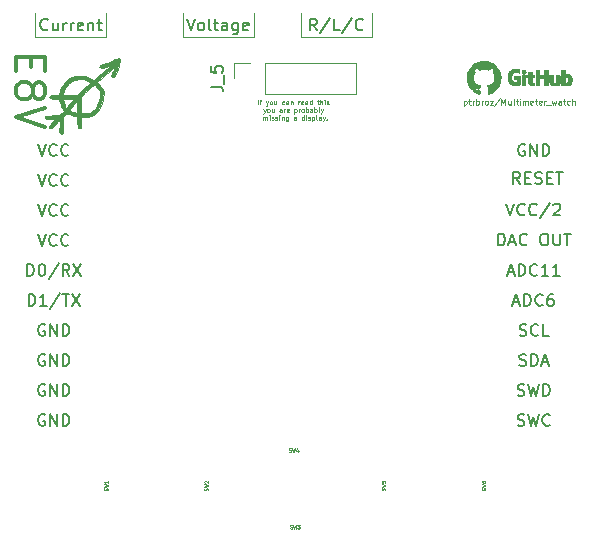
<source format=gbr>
%TF.GenerationSoftware,KiCad,Pcbnew,(5.0.2)-1*%
%TF.CreationDate,2020-07-31T10:54:53+02:00*%
%TF.ProjectId,Multimeter_Watch_DisplayBoard_V1,4d756c74-696d-4657-9465-725f57617463,rev?*%
%TF.SameCoordinates,Original*%
%TF.FileFunction,Legend,Top*%
%TF.FilePolarity,Positive*%
%FSLAX46Y46*%
G04 Gerber Fmt 4.6, Leading zero omitted, Abs format (unit mm)*
G04 Created by KiCad (PCBNEW (5.0.2)-1) date 31.7.2020 10:54:53*
%MOMM*%
%LPD*%
G01*
G04 APERTURE LIST*
%ADD10C,0.120000*%
%ADD11C,0.100000*%
%ADD12C,0.300000*%
%ADD13C,0.050000*%
%ADD14C,0.150000*%
%ADD15C,0.010000*%
%ADD16C,0.075000*%
G04 APERTURE END LIST*
D10*
X138000000Y-57000000D02*
X138000000Y-55000000D01*
X132000000Y-57000000D02*
X138000000Y-57000000D01*
X132000000Y-55000000D02*
X132000000Y-57000000D01*
X128000000Y-57000000D02*
X128000000Y-55000000D01*
X122000000Y-57000000D02*
X128000000Y-57000000D01*
X122000000Y-55000000D02*
X122000000Y-57000000D01*
X115500000Y-57000000D02*
X115500000Y-55000000D01*
X109500000Y-57000000D02*
X115500000Y-57000000D01*
X109500000Y-55000000D02*
X109500000Y-57000000D01*
D11*
X145797619Y-62392857D02*
X145797619Y-62892857D01*
X145797619Y-62416666D02*
X145845238Y-62392857D01*
X145940476Y-62392857D01*
X145988095Y-62416666D01*
X146011904Y-62440476D01*
X146035714Y-62488095D01*
X146035714Y-62630952D01*
X146011904Y-62678571D01*
X145988095Y-62702380D01*
X145940476Y-62726190D01*
X145845238Y-62726190D01*
X145797619Y-62702380D01*
X146178571Y-62392857D02*
X146369047Y-62392857D01*
X146250000Y-62226190D02*
X146250000Y-62654761D01*
X146273809Y-62702380D01*
X146321428Y-62726190D01*
X146369047Y-62726190D01*
X146535714Y-62726190D02*
X146535714Y-62392857D01*
X146535714Y-62488095D02*
X146559523Y-62440476D01*
X146583333Y-62416666D01*
X146630952Y-62392857D01*
X146678571Y-62392857D01*
X146845238Y-62726190D02*
X146845238Y-62226190D01*
X146845238Y-62416666D02*
X146892857Y-62392857D01*
X146988095Y-62392857D01*
X147035714Y-62416666D01*
X147059523Y-62440476D01*
X147083333Y-62488095D01*
X147083333Y-62630952D01*
X147059523Y-62678571D01*
X147035714Y-62702380D01*
X146988095Y-62726190D01*
X146892857Y-62726190D01*
X146845238Y-62702380D01*
X147297619Y-62726190D02*
X147297619Y-62392857D01*
X147297619Y-62488095D02*
X147321428Y-62440476D01*
X147345238Y-62416666D01*
X147392857Y-62392857D01*
X147440476Y-62392857D01*
X147678571Y-62726190D02*
X147630952Y-62702380D01*
X147607142Y-62678571D01*
X147583333Y-62630952D01*
X147583333Y-62488095D01*
X147607142Y-62440476D01*
X147630952Y-62416666D01*
X147678571Y-62392857D01*
X147750000Y-62392857D01*
X147797619Y-62416666D01*
X147821428Y-62440476D01*
X147845238Y-62488095D01*
X147845238Y-62630952D01*
X147821428Y-62678571D01*
X147797619Y-62702380D01*
X147750000Y-62726190D01*
X147678571Y-62726190D01*
X148011904Y-62392857D02*
X148273809Y-62392857D01*
X148011904Y-62726190D01*
X148273809Y-62726190D01*
X148821428Y-62202380D02*
X148392857Y-62845238D01*
X148988095Y-62726190D02*
X148988095Y-62226190D01*
X149154761Y-62583333D01*
X149321428Y-62226190D01*
X149321428Y-62726190D01*
X149773809Y-62392857D02*
X149773809Y-62726190D01*
X149559523Y-62392857D02*
X149559523Y-62654761D01*
X149583333Y-62702380D01*
X149630952Y-62726190D01*
X149702380Y-62726190D01*
X149750000Y-62702380D01*
X149773809Y-62678571D01*
X150083333Y-62726190D02*
X150035714Y-62702380D01*
X150011904Y-62654761D01*
X150011904Y-62226190D01*
X150202380Y-62392857D02*
X150392857Y-62392857D01*
X150273809Y-62226190D02*
X150273809Y-62654761D01*
X150297619Y-62702380D01*
X150345238Y-62726190D01*
X150392857Y-62726190D01*
X150559523Y-62726190D02*
X150559523Y-62392857D01*
X150559523Y-62226190D02*
X150535714Y-62250000D01*
X150559523Y-62273809D01*
X150583333Y-62250000D01*
X150559523Y-62226190D01*
X150559523Y-62273809D01*
X150797619Y-62726190D02*
X150797619Y-62392857D01*
X150797619Y-62440476D02*
X150821428Y-62416666D01*
X150869047Y-62392857D01*
X150940476Y-62392857D01*
X150988095Y-62416666D01*
X151011904Y-62464285D01*
X151011904Y-62726190D01*
X151011904Y-62464285D02*
X151035714Y-62416666D01*
X151083333Y-62392857D01*
X151154761Y-62392857D01*
X151202380Y-62416666D01*
X151226190Y-62464285D01*
X151226190Y-62726190D01*
X151654761Y-62702380D02*
X151607142Y-62726190D01*
X151511904Y-62726190D01*
X151464285Y-62702380D01*
X151440476Y-62654761D01*
X151440476Y-62464285D01*
X151464285Y-62416666D01*
X151511904Y-62392857D01*
X151607142Y-62392857D01*
X151654761Y-62416666D01*
X151678571Y-62464285D01*
X151678571Y-62511904D01*
X151440476Y-62559523D01*
X151821428Y-62392857D02*
X152011904Y-62392857D01*
X151892857Y-62226190D02*
X151892857Y-62654761D01*
X151916666Y-62702380D01*
X151964285Y-62726190D01*
X152011904Y-62726190D01*
X152369047Y-62702380D02*
X152321428Y-62726190D01*
X152226190Y-62726190D01*
X152178571Y-62702380D01*
X152154761Y-62654761D01*
X152154761Y-62464285D01*
X152178571Y-62416666D01*
X152226190Y-62392857D01*
X152321428Y-62392857D01*
X152369047Y-62416666D01*
X152392857Y-62464285D01*
X152392857Y-62511904D01*
X152154761Y-62559523D01*
X152607142Y-62726190D02*
X152607142Y-62392857D01*
X152607142Y-62488095D02*
X152630952Y-62440476D01*
X152654761Y-62416666D01*
X152702380Y-62392857D01*
X152750000Y-62392857D01*
X152797619Y-62773809D02*
X153178571Y-62773809D01*
X153250000Y-62392857D02*
X153345238Y-62726190D01*
X153440476Y-62488095D01*
X153535714Y-62726190D01*
X153630952Y-62392857D01*
X154035714Y-62726190D02*
X154035714Y-62464285D01*
X154011904Y-62416666D01*
X153964285Y-62392857D01*
X153869047Y-62392857D01*
X153821428Y-62416666D01*
X154035714Y-62702380D02*
X153988095Y-62726190D01*
X153869047Y-62726190D01*
X153821428Y-62702380D01*
X153797619Y-62654761D01*
X153797619Y-62607142D01*
X153821428Y-62559523D01*
X153869047Y-62535714D01*
X153988095Y-62535714D01*
X154035714Y-62511904D01*
X154202380Y-62392857D02*
X154392857Y-62392857D01*
X154273809Y-62226190D02*
X154273809Y-62654761D01*
X154297619Y-62702380D01*
X154345238Y-62726190D01*
X154392857Y-62726190D01*
X154773809Y-62702380D02*
X154726190Y-62726190D01*
X154630952Y-62726190D01*
X154583333Y-62702380D01*
X154559523Y-62678571D01*
X154535714Y-62630952D01*
X154535714Y-62488095D01*
X154559523Y-62440476D01*
X154583333Y-62416666D01*
X154630952Y-62392857D01*
X154726190Y-62392857D01*
X154773809Y-62416666D01*
X154988095Y-62726190D02*
X154988095Y-62226190D01*
X155202380Y-62726190D02*
X155202380Y-62464285D01*
X155178571Y-62416666D01*
X155130952Y-62392857D01*
X155059523Y-62392857D01*
X155011904Y-62416666D01*
X154988095Y-62440476D01*
D12*
X109178571Y-58702380D02*
X109178571Y-59535714D01*
X107869047Y-59892857D02*
X107869047Y-58702380D01*
X110369047Y-58702380D01*
X110369047Y-59892857D01*
X109297619Y-61321428D02*
X109416666Y-61083333D01*
X109535714Y-60964285D01*
X109773809Y-60845238D01*
X109892857Y-60845238D01*
X110130952Y-60964285D01*
X110250000Y-61083333D01*
X110369047Y-61321428D01*
X110369047Y-61797619D01*
X110250000Y-62035714D01*
X110130952Y-62154761D01*
X109892857Y-62273809D01*
X109773809Y-62273809D01*
X109535714Y-62154761D01*
X109416666Y-62035714D01*
X109297619Y-61797619D01*
X109297619Y-61321428D01*
X109178571Y-61083333D01*
X109059523Y-60964285D01*
X108821428Y-60845238D01*
X108345238Y-60845238D01*
X108107142Y-60964285D01*
X107988095Y-61083333D01*
X107869047Y-61321428D01*
X107869047Y-61797619D01*
X107988095Y-62035714D01*
X108107142Y-62154761D01*
X108345238Y-62273809D01*
X108821428Y-62273809D01*
X109059523Y-62154761D01*
X109178571Y-62035714D01*
X109297619Y-61797619D01*
X110369047Y-62988095D02*
X107869047Y-63821428D01*
X110369047Y-64654761D01*
D13*
X128373441Y-62720046D02*
X128373441Y-62320046D01*
X128506775Y-62453379D02*
X128659155Y-62453379D01*
X128563917Y-62720046D02*
X128563917Y-62377189D01*
X128582965Y-62339094D01*
X128621060Y-62320046D01*
X128659155Y-62320046D01*
X129059155Y-62453379D02*
X129154394Y-62720046D01*
X129249632Y-62453379D02*
X129154394Y-62720046D01*
X129116298Y-62815284D01*
X129097251Y-62834332D01*
X129059155Y-62853379D01*
X129459155Y-62720046D02*
X129421060Y-62700998D01*
X129402013Y-62681951D01*
X129382965Y-62643855D01*
X129382965Y-62529570D01*
X129402013Y-62491474D01*
X129421060Y-62472427D01*
X129459155Y-62453379D01*
X129516298Y-62453379D01*
X129554394Y-62472427D01*
X129573441Y-62491474D01*
X129592489Y-62529570D01*
X129592489Y-62643855D01*
X129573441Y-62681951D01*
X129554394Y-62700998D01*
X129516298Y-62720046D01*
X129459155Y-62720046D01*
X129935346Y-62453379D02*
X129935346Y-62720046D01*
X129763917Y-62453379D02*
X129763917Y-62662903D01*
X129782965Y-62700998D01*
X129821060Y-62720046D01*
X129878203Y-62720046D01*
X129916298Y-62700998D01*
X129935346Y-62681951D01*
X130602013Y-62700998D02*
X130563917Y-62720046D01*
X130487727Y-62720046D01*
X130449632Y-62700998D01*
X130430584Y-62681951D01*
X130411536Y-62643855D01*
X130411536Y-62529570D01*
X130430584Y-62491474D01*
X130449632Y-62472427D01*
X130487727Y-62453379D01*
X130563917Y-62453379D01*
X130602013Y-62472427D01*
X130944870Y-62720046D02*
X130944870Y-62510522D01*
X130925822Y-62472427D01*
X130887727Y-62453379D01*
X130811536Y-62453379D01*
X130773441Y-62472427D01*
X130944870Y-62700998D02*
X130906775Y-62720046D01*
X130811536Y-62720046D01*
X130773441Y-62700998D01*
X130754394Y-62662903D01*
X130754394Y-62624808D01*
X130773441Y-62586713D01*
X130811536Y-62567665D01*
X130906775Y-62567665D01*
X130944870Y-62548617D01*
X131135346Y-62453379D02*
X131135346Y-62720046D01*
X131135346Y-62491474D02*
X131154394Y-62472427D01*
X131192489Y-62453379D01*
X131249632Y-62453379D01*
X131287727Y-62472427D01*
X131306775Y-62510522D01*
X131306775Y-62720046D01*
X131802013Y-62720046D02*
X131802013Y-62453379D01*
X131802013Y-62529570D02*
X131821060Y-62491474D01*
X131840108Y-62472427D01*
X131878203Y-62453379D01*
X131916298Y-62453379D01*
X132202013Y-62700998D02*
X132163917Y-62720046D01*
X132087727Y-62720046D01*
X132049632Y-62700998D01*
X132030584Y-62662903D01*
X132030584Y-62510522D01*
X132049632Y-62472427D01*
X132087727Y-62453379D01*
X132163917Y-62453379D01*
X132202013Y-62472427D01*
X132221060Y-62510522D01*
X132221060Y-62548617D01*
X132030584Y-62586713D01*
X132563917Y-62720046D02*
X132563917Y-62510522D01*
X132544870Y-62472427D01*
X132506775Y-62453379D01*
X132430584Y-62453379D01*
X132392489Y-62472427D01*
X132563917Y-62700998D02*
X132525822Y-62720046D01*
X132430584Y-62720046D01*
X132392489Y-62700998D01*
X132373441Y-62662903D01*
X132373441Y-62624808D01*
X132392489Y-62586713D01*
X132430584Y-62567665D01*
X132525822Y-62567665D01*
X132563917Y-62548617D01*
X132925822Y-62720046D02*
X132925822Y-62320046D01*
X132925822Y-62700998D02*
X132887727Y-62720046D01*
X132811536Y-62720046D01*
X132773441Y-62700998D01*
X132754394Y-62681951D01*
X132735346Y-62643855D01*
X132735346Y-62529570D01*
X132754394Y-62491474D01*
X132773441Y-62472427D01*
X132811536Y-62453379D01*
X132887727Y-62453379D01*
X132925822Y-62472427D01*
X133363917Y-62453379D02*
X133516298Y-62453379D01*
X133421060Y-62320046D02*
X133421060Y-62662903D01*
X133440108Y-62700998D01*
X133478203Y-62720046D01*
X133516298Y-62720046D01*
X133649632Y-62720046D02*
X133649632Y-62320046D01*
X133821060Y-62720046D02*
X133821060Y-62510522D01*
X133802013Y-62472427D01*
X133763917Y-62453379D01*
X133706775Y-62453379D01*
X133668679Y-62472427D01*
X133649632Y-62491474D01*
X134011536Y-62720046D02*
X134011536Y-62453379D01*
X134011536Y-62320046D02*
X133992489Y-62339094D01*
X134011536Y-62358141D01*
X134030584Y-62339094D01*
X134011536Y-62320046D01*
X134011536Y-62358141D01*
X134182965Y-62700998D02*
X134221060Y-62720046D01*
X134297251Y-62720046D01*
X134335346Y-62700998D01*
X134354394Y-62662903D01*
X134354394Y-62643855D01*
X134335346Y-62605760D01*
X134297251Y-62586713D01*
X134240108Y-62586713D01*
X134202013Y-62567665D01*
X134182965Y-62529570D01*
X134182965Y-62510522D01*
X134202013Y-62472427D01*
X134240108Y-62453379D01*
X134297251Y-62453379D01*
X134335346Y-62472427D01*
X128830584Y-63103379D02*
X128925822Y-63370046D01*
X129021060Y-63103379D02*
X128925822Y-63370046D01*
X128887727Y-63465284D01*
X128868679Y-63484332D01*
X128830584Y-63503379D01*
X129230584Y-63370046D02*
X129192489Y-63350998D01*
X129173441Y-63331951D01*
X129154394Y-63293855D01*
X129154394Y-63179570D01*
X129173441Y-63141474D01*
X129192489Y-63122427D01*
X129230584Y-63103379D01*
X129287727Y-63103379D01*
X129325822Y-63122427D01*
X129344870Y-63141474D01*
X129363917Y-63179570D01*
X129363917Y-63293855D01*
X129344870Y-63331951D01*
X129325822Y-63350998D01*
X129287727Y-63370046D01*
X129230584Y-63370046D01*
X129706775Y-63103379D02*
X129706775Y-63370046D01*
X129535346Y-63103379D02*
X129535346Y-63312903D01*
X129554394Y-63350998D01*
X129592489Y-63370046D01*
X129649632Y-63370046D01*
X129687727Y-63350998D01*
X129706775Y-63331951D01*
X130373441Y-63370046D02*
X130373441Y-63160522D01*
X130354394Y-63122427D01*
X130316298Y-63103379D01*
X130240108Y-63103379D01*
X130202013Y-63122427D01*
X130373441Y-63350998D02*
X130335346Y-63370046D01*
X130240108Y-63370046D01*
X130202013Y-63350998D01*
X130182965Y-63312903D01*
X130182965Y-63274808D01*
X130202013Y-63236713D01*
X130240108Y-63217665D01*
X130335346Y-63217665D01*
X130373441Y-63198617D01*
X130563917Y-63370046D02*
X130563917Y-63103379D01*
X130563917Y-63179570D02*
X130582965Y-63141474D01*
X130602013Y-63122427D01*
X130640108Y-63103379D01*
X130678203Y-63103379D01*
X130963917Y-63350998D02*
X130925822Y-63370046D01*
X130849632Y-63370046D01*
X130811536Y-63350998D01*
X130792489Y-63312903D01*
X130792489Y-63160522D01*
X130811536Y-63122427D01*
X130849632Y-63103379D01*
X130925822Y-63103379D01*
X130963917Y-63122427D01*
X130982965Y-63160522D01*
X130982965Y-63198617D01*
X130792489Y-63236713D01*
X131459155Y-63103379D02*
X131459155Y-63503379D01*
X131459155Y-63122427D02*
X131497251Y-63103379D01*
X131573441Y-63103379D01*
X131611536Y-63122427D01*
X131630584Y-63141474D01*
X131649632Y-63179570D01*
X131649632Y-63293855D01*
X131630584Y-63331951D01*
X131611536Y-63350998D01*
X131573441Y-63370046D01*
X131497251Y-63370046D01*
X131459155Y-63350998D01*
X131821060Y-63370046D02*
X131821060Y-63103379D01*
X131821060Y-63179570D02*
X131840108Y-63141474D01*
X131859155Y-63122427D01*
X131897251Y-63103379D01*
X131935346Y-63103379D01*
X132125822Y-63370046D02*
X132087727Y-63350998D01*
X132068679Y-63331951D01*
X132049632Y-63293855D01*
X132049632Y-63179570D01*
X132068679Y-63141474D01*
X132087727Y-63122427D01*
X132125822Y-63103379D01*
X132182965Y-63103379D01*
X132221060Y-63122427D01*
X132240108Y-63141474D01*
X132259155Y-63179570D01*
X132259155Y-63293855D01*
X132240108Y-63331951D01*
X132221060Y-63350998D01*
X132182965Y-63370046D01*
X132125822Y-63370046D01*
X132430584Y-63370046D02*
X132430584Y-62970046D01*
X132430584Y-63122427D02*
X132468679Y-63103379D01*
X132544870Y-63103379D01*
X132582965Y-63122427D01*
X132602013Y-63141474D01*
X132621060Y-63179570D01*
X132621060Y-63293855D01*
X132602013Y-63331951D01*
X132582965Y-63350998D01*
X132544870Y-63370046D01*
X132468679Y-63370046D01*
X132430584Y-63350998D01*
X132963917Y-63370046D02*
X132963917Y-63160522D01*
X132944870Y-63122427D01*
X132906775Y-63103379D01*
X132830584Y-63103379D01*
X132792489Y-63122427D01*
X132963917Y-63350998D02*
X132925822Y-63370046D01*
X132830584Y-63370046D01*
X132792489Y-63350998D01*
X132773441Y-63312903D01*
X132773441Y-63274808D01*
X132792489Y-63236713D01*
X132830584Y-63217665D01*
X132925822Y-63217665D01*
X132963917Y-63198617D01*
X133154394Y-63370046D02*
X133154394Y-62970046D01*
X133154394Y-63122427D02*
X133192489Y-63103379D01*
X133268679Y-63103379D01*
X133306775Y-63122427D01*
X133325822Y-63141474D01*
X133344870Y-63179570D01*
X133344870Y-63293855D01*
X133325822Y-63331951D01*
X133306775Y-63350998D01*
X133268679Y-63370046D01*
X133192489Y-63370046D01*
X133154394Y-63350998D01*
X133573441Y-63370046D02*
X133535346Y-63350998D01*
X133516298Y-63312903D01*
X133516298Y-62970046D01*
X133687727Y-63103379D02*
X133782965Y-63370046D01*
X133878203Y-63103379D02*
X133782965Y-63370046D01*
X133744870Y-63465284D01*
X133725822Y-63484332D01*
X133687727Y-63503379D01*
X128821060Y-64020046D02*
X128821060Y-63753379D01*
X128821060Y-63791474D02*
X128840108Y-63772427D01*
X128878203Y-63753379D01*
X128935346Y-63753379D01*
X128973441Y-63772427D01*
X128992489Y-63810522D01*
X128992489Y-64020046D01*
X128992489Y-63810522D02*
X129011536Y-63772427D01*
X129049632Y-63753379D01*
X129106775Y-63753379D01*
X129144870Y-63772427D01*
X129163917Y-63810522D01*
X129163917Y-64020046D01*
X129354394Y-64020046D02*
X129354394Y-63753379D01*
X129354394Y-63620046D02*
X129335346Y-63639094D01*
X129354394Y-63658141D01*
X129373441Y-63639094D01*
X129354394Y-63620046D01*
X129354394Y-63658141D01*
X129525822Y-64000998D02*
X129563917Y-64020046D01*
X129640108Y-64020046D01*
X129678203Y-64000998D01*
X129697251Y-63962903D01*
X129697251Y-63943855D01*
X129678203Y-63905760D01*
X129640108Y-63886713D01*
X129582965Y-63886713D01*
X129544870Y-63867665D01*
X129525822Y-63829570D01*
X129525822Y-63810522D01*
X129544870Y-63772427D01*
X129582965Y-63753379D01*
X129640108Y-63753379D01*
X129678203Y-63772427D01*
X129849632Y-64000998D02*
X129887727Y-64020046D01*
X129963917Y-64020046D01*
X130002013Y-64000998D01*
X130021060Y-63962903D01*
X130021060Y-63943855D01*
X130002013Y-63905760D01*
X129963917Y-63886713D01*
X129906775Y-63886713D01*
X129868679Y-63867665D01*
X129849632Y-63829570D01*
X129849632Y-63810522D01*
X129868679Y-63772427D01*
X129906775Y-63753379D01*
X129963917Y-63753379D01*
X130002013Y-63772427D01*
X130192489Y-64020046D02*
X130192489Y-63753379D01*
X130192489Y-63620046D02*
X130173441Y-63639094D01*
X130192489Y-63658141D01*
X130211536Y-63639094D01*
X130192489Y-63620046D01*
X130192489Y-63658141D01*
X130382965Y-63753379D02*
X130382965Y-64020046D01*
X130382965Y-63791474D02*
X130402013Y-63772427D01*
X130440108Y-63753379D01*
X130497251Y-63753379D01*
X130535346Y-63772427D01*
X130554394Y-63810522D01*
X130554394Y-64020046D01*
X130916298Y-63753379D02*
X130916298Y-64077189D01*
X130897251Y-64115284D01*
X130878203Y-64134332D01*
X130840108Y-64153379D01*
X130782965Y-64153379D01*
X130744870Y-64134332D01*
X130916298Y-64000998D02*
X130878203Y-64020046D01*
X130802013Y-64020046D01*
X130763917Y-64000998D01*
X130744870Y-63981951D01*
X130725822Y-63943855D01*
X130725822Y-63829570D01*
X130744870Y-63791474D01*
X130763917Y-63772427D01*
X130802013Y-63753379D01*
X130878203Y-63753379D01*
X130916298Y-63772427D01*
X131582965Y-64020046D02*
X131582965Y-63810522D01*
X131563917Y-63772427D01*
X131525822Y-63753379D01*
X131449632Y-63753379D01*
X131411536Y-63772427D01*
X131582965Y-64000998D02*
X131544870Y-64020046D01*
X131449632Y-64020046D01*
X131411536Y-64000998D01*
X131392489Y-63962903D01*
X131392489Y-63924808D01*
X131411536Y-63886713D01*
X131449632Y-63867665D01*
X131544870Y-63867665D01*
X131582965Y-63848617D01*
X132249632Y-64020046D02*
X132249632Y-63620046D01*
X132249632Y-64000998D02*
X132211536Y-64020046D01*
X132135346Y-64020046D01*
X132097251Y-64000998D01*
X132078203Y-63981951D01*
X132059155Y-63943855D01*
X132059155Y-63829570D01*
X132078203Y-63791474D01*
X132097251Y-63772427D01*
X132135346Y-63753379D01*
X132211536Y-63753379D01*
X132249632Y-63772427D01*
X132440108Y-64020046D02*
X132440108Y-63753379D01*
X132440108Y-63620046D02*
X132421060Y-63639094D01*
X132440108Y-63658141D01*
X132459155Y-63639094D01*
X132440108Y-63620046D01*
X132440108Y-63658141D01*
X132611536Y-64000998D02*
X132649632Y-64020046D01*
X132725822Y-64020046D01*
X132763917Y-64000998D01*
X132782965Y-63962903D01*
X132782965Y-63943855D01*
X132763917Y-63905760D01*
X132725822Y-63886713D01*
X132668679Y-63886713D01*
X132630584Y-63867665D01*
X132611536Y-63829570D01*
X132611536Y-63810522D01*
X132630584Y-63772427D01*
X132668679Y-63753379D01*
X132725822Y-63753379D01*
X132763917Y-63772427D01*
X132954394Y-63753379D02*
X132954394Y-64153379D01*
X132954394Y-63772427D02*
X132992489Y-63753379D01*
X133068679Y-63753379D01*
X133106775Y-63772427D01*
X133125822Y-63791474D01*
X133144870Y-63829570D01*
X133144870Y-63943855D01*
X133125822Y-63981951D01*
X133106775Y-64000998D01*
X133068679Y-64020046D01*
X132992489Y-64020046D01*
X132954394Y-64000998D01*
X133373441Y-64020046D02*
X133335346Y-64000998D01*
X133316298Y-63962903D01*
X133316298Y-63620046D01*
X133697251Y-64020046D02*
X133697251Y-63810522D01*
X133678203Y-63772427D01*
X133640108Y-63753379D01*
X133563917Y-63753379D01*
X133525822Y-63772427D01*
X133697251Y-64000998D02*
X133659155Y-64020046D01*
X133563917Y-64020046D01*
X133525822Y-64000998D01*
X133506774Y-63962903D01*
X133506774Y-63924808D01*
X133525822Y-63886713D01*
X133563917Y-63867665D01*
X133659155Y-63867665D01*
X133697251Y-63848617D01*
X133849632Y-63753379D02*
X133944870Y-64020046D01*
X134040108Y-63753379D02*
X133944870Y-64020046D01*
X133906775Y-64115284D01*
X133887727Y-64134332D01*
X133849632Y-64153379D01*
X134192489Y-63981951D02*
X134211536Y-64000998D01*
X134192489Y-64020046D01*
X134173441Y-64000998D01*
X134192489Y-63981951D01*
X134192489Y-64020046D01*
D14*
X150362857Y-89884761D02*
X150505714Y-89932380D01*
X150743809Y-89932380D01*
X150839047Y-89884761D01*
X150886666Y-89837142D01*
X150934285Y-89741904D01*
X150934285Y-89646666D01*
X150886666Y-89551428D01*
X150839047Y-89503809D01*
X150743809Y-89456190D01*
X150553333Y-89408571D01*
X150458095Y-89360952D01*
X150410476Y-89313333D01*
X150362857Y-89218095D01*
X150362857Y-89122857D01*
X150410476Y-89027619D01*
X150458095Y-88980000D01*
X150553333Y-88932380D01*
X150791428Y-88932380D01*
X150934285Y-88980000D01*
X151267619Y-88932380D02*
X151505714Y-89932380D01*
X151696190Y-89218095D01*
X151886666Y-89932380D01*
X152124761Y-88932380D01*
X153077142Y-89837142D02*
X153029523Y-89884761D01*
X152886666Y-89932380D01*
X152791428Y-89932380D01*
X152648571Y-89884761D01*
X152553333Y-89789523D01*
X152505714Y-89694285D01*
X152458095Y-89503809D01*
X152458095Y-89360952D01*
X152505714Y-89170476D01*
X152553333Y-89075238D01*
X152648571Y-88980000D01*
X152791428Y-88932380D01*
X152886666Y-88932380D01*
X153029523Y-88980000D01*
X153077142Y-89027619D01*
X150362857Y-87344761D02*
X150505714Y-87392380D01*
X150743809Y-87392380D01*
X150839047Y-87344761D01*
X150886666Y-87297142D01*
X150934285Y-87201904D01*
X150934285Y-87106666D01*
X150886666Y-87011428D01*
X150839047Y-86963809D01*
X150743809Y-86916190D01*
X150553333Y-86868571D01*
X150458095Y-86820952D01*
X150410476Y-86773333D01*
X150362857Y-86678095D01*
X150362857Y-86582857D01*
X150410476Y-86487619D01*
X150458095Y-86440000D01*
X150553333Y-86392380D01*
X150791428Y-86392380D01*
X150934285Y-86440000D01*
X151267619Y-86392380D02*
X151505714Y-87392380D01*
X151696190Y-86678095D01*
X151886666Y-87392380D01*
X152124761Y-86392380D01*
X152505714Y-87392380D02*
X152505714Y-86392380D01*
X152743809Y-86392380D01*
X152886666Y-86440000D01*
X152981904Y-86535238D01*
X153029523Y-86630476D01*
X153077142Y-86820952D01*
X153077142Y-86963809D01*
X153029523Y-87154285D01*
X152981904Y-87249523D01*
X152886666Y-87344761D01*
X152743809Y-87392380D01*
X152505714Y-87392380D01*
X150505714Y-84804761D02*
X150648571Y-84852380D01*
X150886666Y-84852380D01*
X150981904Y-84804761D01*
X151029523Y-84757142D01*
X151077142Y-84661904D01*
X151077142Y-84566666D01*
X151029523Y-84471428D01*
X150981904Y-84423809D01*
X150886666Y-84376190D01*
X150696190Y-84328571D01*
X150600952Y-84280952D01*
X150553333Y-84233333D01*
X150505714Y-84138095D01*
X150505714Y-84042857D01*
X150553333Y-83947619D01*
X150600952Y-83900000D01*
X150696190Y-83852380D01*
X150934285Y-83852380D01*
X151077142Y-83900000D01*
X151505714Y-84852380D02*
X151505714Y-83852380D01*
X151743809Y-83852380D01*
X151886666Y-83900000D01*
X151981904Y-83995238D01*
X152029523Y-84090476D01*
X152077142Y-84280952D01*
X152077142Y-84423809D01*
X152029523Y-84614285D01*
X151981904Y-84709523D01*
X151886666Y-84804761D01*
X151743809Y-84852380D01*
X151505714Y-84852380D01*
X152458095Y-84566666D02*
X152934285Y-84566666D01*
X152362857Y-84852380D02*
X152696190Y-83852380D01*
X153029523Y-84852380D01*
X150529523Y-82264761D02*
X150672380Y-82312380D01*
X150910476Y-82312380D01*
X151005714Y-82264761D01*
X151053333Y-82217142D01*
X151100952Y-82121904D01*
X151100952Y-82026666D01*
X151053333Y-81931428D01*
X151005714Y-81883809D01*
X150910476Y-81836190D01*
X150720000Y-81788571D01*
X150624761Y-81740952D01*
X150577142Y-81693333D01*
X150529523Y-81598095D01*
X150529523Y-81502857D01*
X150577142Y-81407619D01*
X150624761Y-81360000D01*
X150720000Y-81312380D01*
X150958095Y-81312380D01*
X151100952Y-81360000D01*
X152100952Y-82217142D02*
X152053333Y-82264761D01*
X151910476Y-82312380D01*
X151815238Y-82312380D01*
X151672380Y-82264761D01*
X151577142Y-82169523D01*
X151529523Y-82074285D01*
X151481904Y-81883809D01*
X151481904Y-81740952D01*
X151529523Y-81550476D01*
X151577142Y-81455238D01*
X151672380Y-81360000D01*
X151815238Y-81312380D01*
X151910476Y-81312380D01*
X152053333Y-81360000D01*
X152100952Y-81407619D01*
X153005714Y-82312380D02*
X152529523Y-82312380D01*
X152529523Y-81312380D01*
X150005714Y-79486666D02*
X150481904Y-79486666D01*
X149910476Y-79772380D02*
X150243809Y-78772380D01*
X150577142Y-79772380D01*
X150910476Y-79772380D02*
X150910476Y-78772380D01*
X151148571Y-78772380D01*
X151291428Y-78820000D01*
X151386666Y-78915238D01*
X151434285Y-79010476D01*
X151481904Y-79200952D01*
X151481904Y-79343809D01*
X151434285Y-79534285D01*
X151386666Y-79629523D01*
X151291428Y-79724761D01*
X151148571Y-79772380D01*
X150910476Y-79772380D01*
X152481904Y-79677142D02*
X152434285Y-79724761D01*
X152291428Y-79772380D01*
X152196190Y-79772380D01*
X152053333Y-79724761D01*
X151958095Y-79629523D01*
X151910476Y-79534285D01*
X151862857Y-79343809D01*
X151862857Y-79200952D01*
X151910476Y-79010476D01*
X151958095Y-78915238D01*
X152053333Y-78820000D01*
X152196190Y-78772380D01*
X152291428Y-78772380D01*
X152434285Y-78820000D01*
X152481904Y-78867619D01*
X153339047Y-78772380D02*
X153148571Y-78772380D01*
X153053333Y-78820000D01*
X153005714Y-78867619D01*
X152910476Y-79010476D01*
X152862857Y-79200952D01*
X152862857Y-79581904D01*
X152910476Y-79677142D01*
X152958095Y-79724761D01*
X153053333Y-79772380D01*
X153243809Y-79772380D01*
X153339047Y-79724761D01*
X153386666Y-79677142D01*
X153434285Y-79581904D01*
X153434285Y-79343809D01*
X153386666Y-79248571D01*
X153339047Y-79200952D01*
X153243809Y-79153333D01*
X153053333Y-79153333D01*
X152958095Y-79200952D01*
X152910476Y-79248571D01*
X152862857Y-79343809D01*
X149529523Y-76946666D02*
X150005714Y-76946666D01*
X149434285Y-77232380D02*
X149767619Y-76232380D01*
X150100952Y-77232380D01*
X150434285Y-77232380D02*
X150434285Y-76232380D01*
X150672380Y-76232380D01*
X150815238Y-76280000D01*
X150910476Y-76375238D01*
X150958095Y-76470476D01*
X151005714Y-76660952D01*
X151005714Y-76803809D01*
X150958095Y-76994285D01*
X150910476Y-77089523D01*
X150815238Y-77184761D01*
X150672380Y-77232380D01*
X150434285Y-77232380D01*
X152005714Y-77137142D02*
X151958095Y-77184761D01*
X151815238Y-77232380D01*
X151720000Y-77232380D01*
X151577142Y-77184761D01*
X151481904Y-77089523D01*
X151434285Y-76994285D01*
X151386666Y-76803809D01*
X151386666Y-76660952D01*
X151434285Y-76470476D01*
X151481904Y-76375238D01*
X151577142Y-76280000D01*
X151720000Y-76232380D01*
X151815238Y-76232380D01*
X151958095Y-76280000D01*
X152005714Y-76327619D01*
X152958095Y-77232380D02*
X152386666Y-77232380D01*
X152672380Y-77232380D02*
X152672380Y-76232380D01*
X152577142Y-76375238D01*
X152481904Y-76470476D01*
X152386666Y-76518095D01*
X153910476Y-77232380D02*
X153339047Y-77232380D01*
X153624761Y-77232380D02*
X153624761Y-76232380D01*
X153529523Y-76375238D01*
X153434285Y-76470476D01*
X153339047Y-76518095D01*
X150547619Y-69452380D02*
X150214285Y-68976190D01*
X149976190Y-69452380D02*
X149976190Y-68452380D01*
X150357142Y-68452380D01*
X150452380Y-68500000D01*
X150500000Y-68547619D01*
X150547619Y-68642857D01*
X150547619Y-68785714D01*
X150500000Y-68880952D01*
X150452380Y-68928571D01*
X150357142Y-68976190D01*
X149976190Y-68976190D01*
X150976190Y-68928571D02*
X151309523Y-68928571D01*
X151452380Y-69452380D02*
X150976190Y-69452380D01*
X150976190Y-68452380D01*
X151452380Y-68452380D01*
X151833333Y-69404761D02*
X151976190Y-69452380D01*
X152214285Y-69452380D01*
X152309523Y-69404761D01*
X152357142Y-69357142D01*
X152404761Y-69261904D01*
X152404761Y-69166666D01*
X152357142Y-69071428D01*
X152309523Y-69023809D01*
X152214285Y-68976190D01*
X152023809Y-68928571D01*
X151928571Y-68880952D01*
X151880952Y-68833333D01*
X151833333Y-68738095D01*
X151833333Y-68642857D01*
X151880952Y-68547619D01*
X151928571Y-68500000D01*
X152023809Y-68452380D01*
X152261904Y-68452380D01*
X152404761Y-68500000D01*
X152833333Y-68928571D02*
X153166666Y-68928571D01*
X153309523Y-69452380D02*
X152833333Y-69452380D01*
X152833333Y-68452380D01*
X153309523Y-68452380D01*
X153595238Y-68452380D02*
X154166666Y-68452380D01*
X153880952Y-69452380D02*
X153880952Y-68452380D01*
X148720000Y-74652380D02*
X148720000Y-73652380D01*
X148958095Y-73652380D01*
X149100952Y-73700000D01*
X149196190Y-73795238D01*
X149243809Y-73890476D01*
X149291428Y-74080952D01*
X149291428Y-74223809D01*
X149243809Y-74414285D01*
X149196190Y-74509523D01*
X149100952Y-74604761D01*
X148958095Y-74652380D01*
X148720000Y-74652380D01*
X149672380Y-74366666D02*
X150148571Y-74366666D01*
X149577142Y-74652380D02*
X149910476Y-73652380D01*
X150243809Y-74652380D01*
X151148571Y-74557142D02*
X151100952Y-74604761D01*
X150958095Y-74652380D01*
X150862857Y-74652380D01*
X150720000Y-74604761D01*
X150624761Y-74509523D01*
X150577142Y-74414285D01*
X150529523Y-74223809D01*
X150529523Y-74080952D01*
X150577142Y-73890476D01*
X150624761Y-73795238D01*
X150720000Y-73700000D01*
X150862857Y-73652380D01*
X150958095Y-73652380D01*
X151100952Y-73700000D01*
X151148571Y-73747619D01*
X152529523Y-73652380D02*
X152720000Y-73652380D01*
X152815238Y-73700000D01*
X152910476Y-73795238D01*
X152958095Y-73985714D01*
X152958095Y-74319047D01*
X152910476Y-74509523D01*
X152815238Y-74604761D01*
X152720000Y-74652380D01*
X152529523Y-74652380D01*
X152434285Y-74604761D01*
X152339047Y-74509523D01*
X152291428Y-74319047D01*
X152291428Y-73985714D01*
X152339047Y-73795238D01*
X152434285Y-73700000D01*
X152529523Y-73652380D01*
X153386666Y-73652380D02*
X153386666Y-74461904D01*
X153434285Y-74557142D01*
X153481904Y-74604761D01*
X153577142Y-74652380D01*
X153767619Y-74652380D01*
X153862857Y-74604761D01*
X153910476Y-74557142D01*
X153958095Y-74461904D01*
X153958095Y-73652380D01*
X154291428Y-73652380D02*
X154862857Y-73652380D01*
X154577142Y-74652380D02*
X154577142Y-73652380D01*
X149386666Y-71112380D02*
X149720000Y-72112380D01*
X150053333Y-71112380D01*
X150958095Y-72017142D02*
X150910476Y-72064761D01*
X150767619Y-72112380D01*
X150672380Y-72112380D01*
X150529523Y-72064761D01*
X150434285Y-71969523D01*
X150386666Y-71874285D01*
X150339047Y-71683809D01*
X150339047Y-71540952D01*
X150386666Y-71350476D01*
X150434285Y-71255238D01*
X150529523Y-71160000D01*
X150672380Y-71112380D01*
X150767619Y-71112380D01*
X150910476Y-71160000D01*
X150958095Y-71207619D01*
X151958095Y-72017142D02*
X151910476Y-72064761D01*
X151767619Y-72112380D01*
X151672380Y-72112380D01*
X151529523Y-72064761D01*
X151434285Y-71969523D01*
X151386666Y-71874285D01*
X151339047Y-71683809D01*
X151339047Y-71540952D01*
X151386666Y-71350476D01*
X151434285Y-71255238D01*
X151529523Y-71160000D01*
X151672380Y-71112380D01*
X151767619Y-71112380D01*
X151910476Y-71160000D01*
X151958095Y-71207619D01*
X153100952Y-71064761D02*
X152243809Y-72350476D01*
X153386666Y-71207619D02*
X153434285Y-71160000D01*
X153529523Y-71112380D01*
X153767619Y-71112380D01*
X153862857Y-71160000D01*
X153910476Y-71207619D01*
X153958095Y-71302857D01*
X153958095Y-71398095D01*
X153910476Y-71540952D01*
X153339047Y-72112380D01*
X153958095Y-72112380D01*
X150958095Y-66120000D02*
X150862857Y-66072380D01*
X150720000Y-66072380D01*
X150577142Y-66120000D01*
X150481904Y-66215238D01*
X150434285Y-66310476D01*
X150386666Y-66500952D01*
X150386666Y-66643809D01*
X150434285Y-66834285D01*
X150481904Y-66929523D01*
X150577142Y-67024761D01*
X150720000Y-67072380D01*
X150815238Y-67072380D01*
X150958095Y-67024761D01*
X151005714Y-66977142D01*
X151005714Y-66643809D01*
X150815238Y-66643809D01*
X151434285Y-67072380D02*
X151434285Y-66072380D01*
X152005714Y-67072380D01*
X152005714Y-66072380D01*
X152481904Y-67072380D02*
X152481904Y-66072380D01*
X152720000Y-66072380D01*
X152862857Y-66120000D01*
X152958095Y-66215238D01*
X153005714Y-66310476D01*
X153053333Y-66500952D01*
X153053333Y-66643809D01*
X153005714Y-66834285D01*
X152958095Y-66929523D01*
X152862857Y-67024761D01*
X152720000Y-67072380D01*
X152481904Y-67072380D01*
X110318095Y-88980000D02*
X110222857Y-88932380D01*
X110080000Y-88932380D01*
X109937142Y-88980000D01*
X109841904Y-89075238D01*
X109794285Y-89170476D01*
X109746666Y-89360952D01*
X109746666Y-89503809D01*
X109794285Y-89694285D01*
X109841904Y-89789523D01*
X109937142Y-89884761D01*
X110080000Y-89932380D01*
X110175238Y-89932380D01*
X110318095Y-89884761D01*
X110365714Y-89837142D01*
X110365714Y-89503809D01*
X110175238Y-89503809D01*
X110794285Y-89932380D02*
X110794285Y-88932380D01*
X111365714Y-89932380D01*
X111365714Y-88932380D01*
X111841904Y-89932380D02*
X111841904Y-88932380D01*
X112080000Y-88932380D01*
X112222857Y-88980000D01*
X112318095Y-89075238D01*
X112365714Y-89170476D01*
X112413333Y-89360952D01*
X112413333Y-89503809D01*
X112365714Y-89694285D01*
X112318095Y-89789523D01*
X112222857Y-89884761D01*
X112080000Y-89932380D01*
X111841904Y-89932380D01*
X110318095Y-86440000D02*
X110222857Y-86392380D01*
X110080000Y-86392380D01*
X109937142Y-86440000D01*
X109841904Y-86535238D01*
X109794285Y-86630476D01*
X109746666Y-86820952D01*
X109746666Y-86963809D01*
X109794285Y-87154285D01*
X109841904Y-87249523D01*
X109937142Y-87344761D01*
X110080000Y-87392380D01*
X110175238Y-87392380D01*
X110318095Y-87344761D01*
X110365714Y-87297142D01*
X110365714Y-86963809D01*
X110175238Y-86963809D01*
X110794285Y-87392380D02*
X110794285Y-86392380D01*
X111365714Y-87392380D01*
X111365714Y-86392380D01*
X111841904Y-87392380D02*
X111841904Y-86392380D01*
X112080000Y-86392380D01*
X112222857Y-86440000D01*
X112318095Y-86535238D01*
X112365714Y-86630476D01*
X112413333Y-86820952D01*
X112413333Y-86963809D01*
X112365714Y-87154285D01*
X112318095Y-87249523D01*
X112222857Y-87344761D01*
X112080000Y-87392380D01*
X111841904Y-87392380D01*
X110318095Y-83900000D02*
X110222857Y-83852380D01*
X110080000Y-83852380D01*
X109937142Y-83900000D01*
X109841904Y-83995238D01*
X109794285Y-84090476D01*
X109746666Y-84280952D01*
X109746666Y-84423809D01*
X109794285Y-84614285D01*
X109841904Y-84709523D01*
X109937142Y-84804761D01*
X110080000Y-84852380D01*
X110175238Y-84852380D01*
X110318095Y-84804761D01*
X110365714Y-84757142D01*
X110365714Y-84423809D01*
X110175238Y-84423809D01*
X110794285Y-84852380D02*
X110794285Y-83852380D01*
X111365714Y-84852380D01*
X111365714Y-83852380D01*
X111841904Y-84852380D02*
X111841904Y-83852380D01*
X112080000Y-83852380D01*
X112222857Y-83900000D01*
X112318095Y-83995238D01*
X112365714Y-84090476D01*
X112413333Y-84280952D01*
X112413333Y-84423809D01*
X112365714Y-84614285D01*
X112318095Y-84709523D01*
X112222857Y-84804761D01*
X112080000Y-84852380D01*
X111841904Y-84852380D01*
X110318095Y-81360000D02*
X110222857Y-81312380D01*
X110080000Y-81312380D01*
X109937142Y-81360000D01*
X109841904Y-81455238D01*
X109794285Y-81550476D01*
X109746666Y-81740952D01*
X109746666Y-81883809D01*
X109794285Y-82074285D01*
X109841904Y-82169523D01*
X109937142Y-82264761D01*
X110080000Y-82312380D01*
X110175238Y-82312380D01*
X110318095Y-82264761D01*
X110365714Y-82217142D01*
X110365714Y-81883809D01*
X110175238Y-81883809D01*
X110794285Y-82312380D02*
X110794285Y-81312380D01*
X111365714Y-82312380D01*
X111365714Y-81312380D01*
X111841904Y-82312380D02*
X111841904Y-81312380D01*
X112080000Y-81312380D01*
X112222857Y-81360000D01*
X112318095Y-81455238D01*
X112365714Y-81550476D01*
X112413333Y-81740952D01*
X112413333Y-81883809D01*
X112365714Y-82074285D01*
X112318095Y-82169523D01*
X112222857Y-82264761D01*
X112080000Y-82312380D01*
X111841904Y-82312380D01*
X108960952Y-79772380D02*
X108960952Y-78772380D01*
X109199047Y-78772380D01*
X109341904Y-78820000D01*
X109437142Y-78915238D01*
X109484761Y-79010476D01*
X109532380Y-79200952D01*
X109532380Y-79343809D01*
X109484761Y-79534285D01*
X109437142Y-79629523D01*
X109341904Y-79724761D01*
X109199047Y-79772380D01*
X108960952Y-79772380D01*
X110484761Y-79772380D02*
X109913333Y-79772380D01*
X110199047Y-79772380D02*
X110199047Y-78772380D01*
X110103809Y-78915238D01*
X110008571Y-79010476D01*
X109913333Y-79058095D01*
X111627619Y-78724761D02*
X110770476Y-80010476D01*
X111818095Y-78772380D02*
X112389523Y-78772380D01*
X112103809Y-79772380D02*
X112103809Y-78772380D01*
X112627619Y-78772380D02*
X113294285Y-79772380D01*
X113294285Y-78772380D02*
X112627619Y-79772380D01*
X108841904Y-77232380D02*
X108841904Y-76232380D01*
X109080000Y-76232380D01*
X109222857Y-76280000D01*
X109318095Y-76375238D01*
X109365714Y-76470476D01*
X109413333Y-76660952D01*
X109413333Y-76803809D01*
X109365714Y-76994285D01*
X109318095Y-77089523D01*
X109222857Y-77184761D01*
X109080000Y-77232380D01*
X108841904Y-77232380D01*
X110032380Y-76232380D02*
X110127619Y-76232380D01*
X110222857Y-76280000D01*
X110270476Y-76327619D01*
X110318095Y-76422857D01*
X110365714Y-76613333D01*
X110365714Y-76851428D01*
X110318095Y-77041904D01*
X110270476Y-77137142D01*
X110222857Y-77184761D01*
X110127619Y-77232380D01*
X110032380Y-77232380D01*
X109937142Y-77184761D01*
X109889523Y-77137142D01*
X109841904Y-77041904D01*
X109794285Y-76851428D01*
X109794285Y-76613333D01*
X109841904Y-76422857D01*
X109889523Y-76327619D01*
X109937142Y-76280000D01*
X110032380Y-76232380D01*
X111508571Y-76184761D02*
X110651428Y-77470476D01*
X112413333Y-77232380D02*
X112080000Y-76756190D01*
X111841904Y-77232380D02*
X111841904Y-76232380D01*
X112222857Y-76232380D01*
X112318095Y-76280000D01*
X112365714Y-76327619D01*
X112413333Y-76422857D01*
X112413333Y-76565714D01*
X112365714Y-76660952D01*
X112318095Y-76708571D01*
X112222857Y-76756190D01*
X111841904Y-76756190D01*
X112746666Y-76232380D02*
X113413333Y-77232380D01*
X113413333Y-76232380D02*
X112746666Y-77232380D01*
X109746666Y-73692380D02*
X110080000Y-74692380D01*
X110413333Y-73692380D01*
X111318095Y-74597142D02*
X111270476Y-74644761D01*
X111127619Y-74692380D01*
X111032380Y-74692380D01*
X110889523Y-74644761D01*
X110794285Y-74549523D01*
X110746666Y-74454285D01*
X110699047Y-74263809D01*
X110699047Y-74120952D01*
X110746666Y-73930476D01*
X110794285Y-73835238D01*
X110889523Y-73740000D01*
X111032380Y-73692380D01*
X111127619Y-73692380D01*
X111270476Y-73740000D01*
X111318095Y-73787619D01*
X112318095Y-74597142D02*
X112270476Y-74644761D01*
X112127619Y-74692380D01*
X112032380Y-74692380D01*
X111889523Y-74644761D01*
X111794285Y-74549523D01*
X111746666Y-74454285D01*
X111699047Y-74263809D01*
X111699047Y-74120952D01*
X111746666Y-73930476D01*
X111794285Y-73835238D01*
X111889523Y-73740000D01*
X112032380Y-73692380D01*
X112127619Y-73692380D01*
X112270476Y-73740000D01*
X112318095Y-73787619D01*
X109746666Y-71152380D02*
X110080000Y-72152380D01*
X110413333Y-71152380D01*
X111318095Y-72057142D02*
X111270476Y-72104761D01*
X111127619Y-72152380D01*
X111032380Y-72152380D01*
X110889523Y-72104761D01*
X110794285Y-72009523D01*
X110746666Y-71914285D01*
X110699047Y-71723809D01*
X110699047Y-71580952D01*
X110746666Y-71390476D01*
X110794285Y-71295238D01*
X110889523Y-71200000D01*
X111032380Y-71152380D01*
X111127619Y-71152380D01*
X111270476Y-71200000D01*
X111318095Y-71247619D01*
X112318095Y-72057142D02*
X112270476Y-72104761D01*
X112127619Y-72152380D01*
X112032380Y-72152380D01*
X111889523Y-72104761D01*
X111794285Y-72009523D01*
X111746666Y-71914285D01*
X111699047Y-71723809D01*
X111699047Y-71580952D01*
X111746666Y-71390476D01*
X111794285Y-71295238D01*
X111889523Y-71200000D01*
X112032380Y-71152380D01*
X112127619Y-71152380D01*
X112270476Y-71200000D01*
X112318095Y-71247619D01*
X109746666Y-68612380D02*
X110080000Y-69612380D01*
X110413333Y-68612380D01*
X111318095Y-69517142D02*
X111270476Y-69564761D01*
X111127619Y-69612380D01*
X111032380Y-69612380D01*
X110889523Y-69564761D01*
X110794285Y-69469523D01*
X110746666Y-69374285D01*
X110699047Y-69183809D01*
X110699047Y-69040952D01*
X110746666Y-68850476D01*
X110794285Y-68755238D01*
X110889523Y-68660000D01*
X111032380Y-68612380D01*
X111127619Y-68612380D01*
X111270476Y-68660000D01*
X111318095Y-68707619D01*
X112318095Y-69517142D02*
X112270476Y-69564761D01*
X112127619Y-69612380D01*
X112032380Y-69612380D01*
X111889523Y-69564761D01*
X111794285Y-69469523D01*
X111746666Y-69374285D01*
X111699047Y-69183809D01*
X111699047Y-69040952D01*
X111746666Y-68850476D01*
X111794285Y-68755238D01*
X111889523Y-68660000D01*
X112032380Y-68612380D01*
X112127619Y-68612380D01*
X112270476Y-68660000D01*
X112318095Y-68707619D01*
X109746666Y-66072380D02*
X110080000Y-67072380D01*
X110413333Y-66072380D01*
X111318095Y-66977142D02*
X111270476Y-67024761D01*
X111127619Y-67072380D01*
X111032380Y-67072380D01*
X110889523Y-67024761D01*
X110794285Y-66929523D01*
X110746666Y-66834285D01*
X110699047Y-66643809D01*
X110699047Y-66500952D01*
X110746666Y-66310476D01*
X110794285Y-66215238D01*
X110889523Y-66120000D01*
X111032380Y-66072380D01*
X111127619Y-66072380D01*
X111270476Y-66120000D01*
X111318095Y-66167619D01*
X112318095Y-66977142D02*
X112270476Y-67024761D01*
X112127619Y-67072380D01*
X112032380Y-67072380D01*
X111889523Y-67024761D01*
X111794285Y-66929523D01*
X111746666Y-66834285D01*
X111699047Y-66643809D01*
X111699047Y-66500952D01*
X111746666Y-66310476D01*
X111794285Y-66215238D01*
X111889523Y-66120000D01*
X112032380Y-66072380D01*
X112127619Y-66072380D01*
X112270476Y-66120000D01*
X112318095Y-66167619D01*
X133357142Y-56452380D02*
X133023809Y-55976190D01*
X132785714Y-56452380D02*
X132785714Y-55452380D01*
X133166666Y-55452380D01*
X133261904Y-55500000D01*
X133309523Y-55547619D01*
X133357142Y-55642857D01*
X133357142Y-55785714D01*
X133309523Y-55880952D01*
X133261904Y-55928571D01*
X133166666Y-55976190D01*
X132785714Y-55976190D01*
X134500000Y-55404761D02*
X133642857Y-56690476D01*
X135309523Y-56452380D02*
X134833333Y-56452380D01*
X134833333Y-55452380D01*
X136357142Y-55404761D02*
X135500000Y-56690476D01*
X137261904Y-56357142D02*
X137214285Y-56404761D01*
X137071428Y-56452380D01*
X136976190Y-56452380D01*
X136833333Y-56404761D01*
X136738095Y-56309523D01*
X136690476Y-56214285D01*
X136642857Y-56023809D01*
X136642857Y-55880952D01*
X136690476Y-55690476D01*
X136738095Y-55595238D01*
X136833333Y-55500000D01*
X136976190Y-55452380D01*
X137071428Y-55452380D01*
X137214285Y-55500000D01*
X137261904Y-55547619D01*
X122333333Y-55452380D02*
X122666666Y-56452380D01*
X123000000Y-55452380D01*
X123476190Y-56452380D02*
X123380952Y-56404761D01*
X123333333Y-56357142D01*
X123285714Y-56261904D01*
X123285714Y-55976190D01*
X123333333Y-55880952D01*
X123380952Y-55833333D01*
X123476190Y-55785714D01*
X123619047Y-55785714D01*
X123714285Y-55833333D01*
X123761904Y-55880952D01*
X123809523Y-55976190D01*
X123809523Y-56261904D01*
X123761904Y-56357142D01*
X123714285Y-56404761D01*
X123619047Y-56452380D01*
X123476190Y-56452380D01*
X124380952Y-56452380D02*
X124285714Y-56404761D01*
X124238095Y-56309523D01*
X124238095Y-55452380D01*
X124619047Y-55785714D02*
X125000000Y-55785714D01*
X124761904Y-55452380D02*
X124761904Y-56309523D01*
X124809523Y-56404761D01*
X124904761Y-56452380D01*
X125000000Y-56452380D01*
X125761904Y-56452380D02*
X125761904Y-55928571D01*
X125714285Y-55833333D01*
X125619047Y-55785714D01*
X125428571Y-55785714D01*
X125333333Y-55833333D01*
X125761904Y-56404761D02*
X125666666Y-56452380D01*
X125428571Y-56452380D01*
X125333333Y-56404761D01*
X125285714Y-56309523D01*
X125285714Y-56214285D01*
X125333333Y-56119047D01*
X125428571Y-56071428D01*
X125666666Y-56071428D01*
X125761904Y-56023809D01*
X126666666Y-55785714D02*
X126666666Y-56595238D01*
X126619047Y-56690476D01*
X126571428Y-56738095D01*
X126476190Y-56785714D01*
X126333333Y-56785714D01*
X126238095Y-56738095D01*
X126666666Y-56404761D02*
X126571428Y-56452380D01*
X126380952Y-56452380D01*
X126285714Y-56404761D01*
X126238095Y-56357142D01*
X126190476Y-56261904D01*
X126190476Y-55976190D01*
X126238095Y-55880952D01*
X126285714Y-55833333D01*
X126380952Y-55785714D01*
X126571428Y-55785714D01*
X126666666Y-55833333D01*
X127523809Y-56404761D02*
X127428571Y-56452380D01*
X127238095Y-56452380D01*
X127142857Y-56404761D01*
X127095238Y-56309523D01*
X127095238Y-55928571D01*
X127142857Y-55833333D01*
X127238095Y-55785714D01*
X127428571Y-55785714D01*
X127523809Y-55833333D01*
X127571428Y-55928571D01*
X127571428Y-56023809D01*
X127095238Y-56119047D01*
X110571428Y-56357142D02*
X110523809Y-56404761D01*
X110380952Y-56452380D01*
X110285714Y-56452380D01*
X110142857Y-56404761D01*
X110047619Y-56309523D01*
X110000000Y-56214285D01*
X109952380Y-56023809D01*
X109952380Y-55880952D01*
X110000000Y-55690476D01*
X110047619Y-55595238D01*
X110142857Y-55500000D01*
X110285714Y-55452380D01*
X110380952Y-55452380D01*
X110523809Y-55500000D01*
X110571428Y-55547619D01*
X111428571Y-55785714D02*
X111428571Y-56452380D01*
X111000000Y-55785714D02*
X111000000Y-56309523D01*
X111047619Y-56404761D01*
X111142857Y-56452380D01*
X111285714Y-56452380D01*
X111380952Y-56404761D01*
X111428571Y-56357142D01*
X111904761Y-56452380D02*
X111904761Y-55785714D01*
X111904761Y-55976190D02*
X111952380Y-55880952D01*
X112000000Y-55833333D01*
X112095238Y-55785714D01*
X112190476Y-55785714D01*
X112523809Y-56452380D02*
X112523809Y-55785714D01*
X112523809Y-55976190D02*
X112571428Y-55880952D01*
X112619047Y-55833333D01*
X112714285Y-55785714D01*
X112809523Y-55785714D01*
X113523809Y-56404761D02*
X113428571Y-56452380D01*
X113238095Y-56452380D01*
X113142857Y-56404761D01*
X113095238Y-56309523D01*
X113095238Y-55928571D01*
X113142857Y-55833333D01*
X113238095Y-55785714D01*
X113428571Y-55785714D01*
X113523809Y-55833333D01*
X113571428Y-55928571D01*
X113571428Y-56023809D01*
X113095238Y-56119047D01*
X114000000Y-55785714D02*
X114000000Y-56452380D01*
X114000000Y-55880952D02*
X114047619Y-55833333D01*
X114142857Y-55785714D01*
X114285714Y-55785714D01*
X114380952Y-55833333D01*
X114428571Y-55928571D01*
X114428571Y-56452380D01*
X114761904Y-55785714D02*
X115142857Y-55785714D01*
X114904761Y-55452380D02*
X114904761Y-56309523D01*
X114952380Y-56404761D01*
X115047619Y-56452380D01*
X115142857Y-56452380D01*
D15*
%TO.C,G\002A\002A\002A*%
G36*
X116617729Y-58822756D02*
X116659631Y-58880876D01*
X116671556Y-58982974D01*
X116658064Y-59130783D01*
X116644025Y-59217760D01*
X116592444Y-59453367D01*
X116522654Y-59688090D01*
X116439868Y-59909321D01*
X116349296Y-60104451D01*
X116256149Y-60260871D01*
X116171700Y-60360620D01*
X116089329Y-60399436D01*
X116006195Y-60382081D01*
X115944367Y-60316534D01*
X115935473Y-60276677D01*
X115947466Y-60217466D01*
X115984117Y-60128095D01*
X116049197Y-59997756D01*
X116068240Y-59961497D01*
X116157922Y-59789502D01*
X116215622Y-59670090D01*
X116240184Y-59600328D01*
X116230451Y-59577285D01*
X116185268Y-59598027D01*
X116103477Y-59659621D01*
X115987326Y-59756257D01*
X115869248Y-59855639D01*
X115716465Y-59983472D01*
X115543281Y-60127828D01*
X115364001Y-60276780D01*
X115221364Y-60394903D01*
X114736104Y-60796070D01*
X114844615Y-60929722D01*
X114911576Y-61016767D01*
X114998854Y-61136489D01*
X115091770Y-61268581D01*
X115131437Y-61326539D01*
X115212598Y-61448055D01*
X115264411Y-61535366D01*
X115293447Y-61606630D01*
X115306277Y-61680006D01*
X115309472Y-61773652D01*
X115309527Y-61818664D01*
X115290507Y-62068293D01*
X115238067Y-62344688D01*
X115158464Y-62626278D01*
X115057959Y-62891496D01*
X114942812Y-63118773D01*
X114922807Y-63151183D01*
X114828924Y-63267411D01*
X114694678Y-63394291D01*
X114537737Y-63518427D01*
X114375770Y-63626418D01*
X114226443Y-63704868D01*
X114160456Y-63729302D01*
X114033738Y-63755124D01*
X113867262Y-63772146D01*
X113692674Y-63777948D01*
X113388875Y-63777897D01*
X113398439Y-64218553D01*
X113401360Y-64398766D01*
X113400365Y-64526370D01*
X113394497Y-64612186D01*
X113382799Y-64667035D01*
X113364316Y-64701740D01*
X113354794Y-64712419D01*
X113285715Y-64751038D01*
X113234899Y-64756002D01*
X113180306Y-64735584D01*
X113140343Y-64687245D01*
X113113075Y-64603266D01*
X113096569Y-64475928D01*
X113088889Y-64297510D01*
X113087718Y-64168811D01*
X113085610Y-64012232D01*
X113080173Y-63879672D01*
X113072182Y-63783461D01*
X113062415Y-63735931D01*
X113060301Y-63733342D01*
X113017705Y-63720461D01*
X112930123Y-63701824D01*
X112815353Y-63681166D01*
X112798364Y-63678363D01*
X112656126Y-63647276D01*
X112528911Y-63605569D01*
X112452250Y-63568077D01*
X112334074Y-63499635D01*
X112244938Y-63474954D01*
X112166605Y-63495399D01*
X112080842Y-63562335D01*
X112044088Y-63598635D01*
X111905801Y-63739603D01*
X111889304Y-64417614D01*
X111882781Y-64652541D01*
X111875664Y-64831755D01*
X111867264Y-64963042D01*
X111856889Y-65054186D01*
X111843850Y-65112975D01*
X111827454Y-65147194D01*
X111824232Y-65151187D01*
X111746410Y-65201144D01*
X111661195Y-65190596D01*
X111608535Y-65152249D01*
X111588521Y-65126210D01*
X111574766Y-65088253D01*
X111566663Y-65028583D01*
X111563604Y-64937404D01*
X111564981Y-64804919D01*
X111570186Y-64621333D01*
X111572077Y-64564450D01*
X111590119Y-64031151D01*
X111498993Y-64096038D01*
X111442712Y-64143876D01*
X111355311Y-64227294D01*
X111248376Y-64334877D01*
X111133496Y-64455215D01*
X111124377Y-64464979D01*
X111003766Y-64592084D01*
X110916508Y-64677479D01*
X110854582Y-64727622D01*
X110809966Y-64748974D01*
X110774640Y-64747995D01*
X110773409Y-64747615D01*
X110703323Y-64703143D01*
X110673252Y-64665136D01*
X110659330Y-64611306D01*
X110674648Y-64545817D01*
X110723660Y-64461000D01*
X110810821Y-64349189D01*
X110940588Y-64202716D01*
X110944285Y-64198687D01*
X111155643Y-63968500D01*
X110778421Y-63968500D01*
X110598830Y-63966346D01*
X110473319Y-63957892D01*
X110392559Y-63940146D01*
X110347215Y-63910116D01*
X110327957Y-63864812D01*
X110325000Y-63823162D01*
X110330480Y-63771388D01*
X110352124Y-63732198D01*
X110397737Y-63703641D01*
X110475125Y-63683768D01*
X110592093Y-63670626D01*
X110756447Y-63662265D01*
X110975992Y-63656734D01*
X110992085Y-63656431D01*
X111554323Y-63645987D01*
X111741048Y-63457292D01*
X111927774Y-63268598D01*
X111886240Y-63194710D01*
X112397757Y-63194710D01*
X112419979Y-63219216D01*
X112439990Y-63227276D01*
X112512205Y-63261418D01*
X112577078Y-63299376D01*
X112664589Y-63338301D01*
X112804468Y-63378370D01*
X112985722Y-63416554D01*
X113031687Y-63424679D01*
X113039674Y-63396107D01*
X113046521Y-63314487D01*
X113051740Y-63190269D01*
X113054845Y-63033901D01*
X113055500Y-62914399D01*
X113053960Y-62744528D01*
X113049700Y-62602010D01*
X113043258Y-62496595D01*
X113035173Y-62438034D01*
X113028757Y-62430212D01*
X112999220Y-62464893D01*
X112937609Y-62538118D01*
X112852510Y-62639656D01*
X112752510Y-62759277D01*
X112736983Y-62777875D01*
X112633237Y-62902150D01*
X112540955Y-63012678D01*
X112469528Y-63098212D01*
X112428347Y-63147503D01*
X112426028Y-63150275D01*
X112397757Y-63194710D01*
X111886240Y-63194710D01*
X111838007Y-63108906D01*
X111791722Y-63011382D01*
X111736979Y-62872947D01*
X111681495Y-62714097D01*
X111643974Y-62593670D01*
X111541557Y-62244424D01*
X111849000Y-62244424D01*
X111858618Y-62291952D01*
X111883991Y-62383022D01*
X111919892Y-62501243D01*
X111961095Y-62630221D01*
X112002375Y-62753565D01*
X112038506Y-62854883D01*
X112062475Y-62914055D01*
X112099877Y-62979915D01*
X112129869Y-63009462D01*
X112133979Y-63009305D01*
X112160975Y-62982912D01*
X112220905Y-62915968D01*
X112306382Y-62816984D01*
X112410023Y-62694468D01*
X112479527Y-62611187D01*
X112802511Y-62222250D01*
X112325755Y-62222250D01*
X112159925Y-62223641D01*
X112019175Y-62227476D01*
X111914471Y-62233243D01*
X111856784Y-62240434D01*
X111849000Y-62244424D01*
X111541557Y-62244424D01*
X111539709Y-62238125D01*
X111162542Y-62229539D01*
X110995091Y-62224207D01*
X110880111Y-62216109D01*
X110806581Y-62203616D01*
X110763481Y-62185099D01*
X110745687Y-62167908D01*
X110709019Y-62090906D01*
X110716188Y-62062135D01*
X113357125Y-62062135D01*
X113375341Y-63456651D01*
X113477358Y-63471172D01*
X113624957Y-63482642D01*
X113789018Y-63480463D01*
X113949016Y-63466349D01*
X114084426Y-63442015D01*
X114166750Y-63413612D01*
X114249848Y-63364042D01*
X114358019Y-63291011D01*
X114460422Y-63215906D01*
X114559938Y-63132900D01*
X114634693Y-63049970D01*
X114700385Y-62946579D01*
X114766321Y-62815718D01*
X114848255Y-62620889D01*
X114917001Y-62414508D01*
X114970204Y-62208689D01*
X115005510Y-62015548D01*
X115020566Y-61847200D01*
X115013016Y-61715759D01*
X114992580Y-61651367D01*
X114957601Y-61594361D01*
X114895608Y-61500999D01*
X114816768Y-61386402D01*
X114764700Y-61312465D01*
X114662332Y-61175690D01*
X114585279Y-61090178D01*
X114528965Y-61051165D01*
X114510146Y-61047500D01*
X114455478Y-61070051D01*
X114361294Y-61135435D01*
X114231602Y-61240242D01*
X114070407Y-61381067D01*
X113881717Y-61554500D01*
X113669538Y-61757136D01*
X113627000Y-61798559D01*
X113357125Y-62062135D01*
X110716188Y-62062135D01*
X110727817Y-62015473D01*
X110736984Y-62000000D01*
X110766037Y-61978092D01*
X110827670Y-61961657D01*
X110931058Y-61949309D01*
X111085373Y-61939661D01*
X111157185Y-61936500D01*
X111547375Y-61920625D01*
X111556188Y-61848198D01*
X111849000Y-61848198D01*
X111849000Y-61929539D01*
X112460187Y-61913647D01*
X113071375Y-61897754D01*
X113309500Y-61668847D01*
X113432426Y-61552233D01*
X113582236Y-61412436D01*
X113738397Y-61268512D01*
X113857848Y-61159827D01*
X114168072Y-60879715D01*
X113972227Y-60759276D01*
X113846761Y-60690889D01*
X113714990Y-60632704D01*
X113617912Y-60600819D01*
X113481484Y-60582435D01*
X113307100Y-60578956D01*
X113118177Y-60588982D01*
X112938132Y-60611113D01*
X112790379Y-60643949D01*
X112766659Y-60651715D01*
X112667047Y-60702616D01*
X112541773Y-60789015D01*
X112406158Y-60897900D01*
X112275522Y-61016262D01*
X112165184Y-61131092D01*
X112094965Y-61222125D01*
X112031748Y-61335313D01*
X111968325Y-61471573D01*
X111911996Y-61612322D01*
X111870061Y-61738979D01*
X111849819Y-61832965D01*
X111849000Y-61848198D01*
X111556188Y-61848198D01*
X111564762Y-61777750D01*
X111594741Y-61639763D01*
X111650399Y-61472070D01*
X111722441Y-61297966D01*
X111801571Y-61140742D01*
X111850795Y-61060968D01*
X111927707Y-60965132D01*
X112040059Y-60845197D01*
X112172932Y-60715740D01*
X112311403Y-60591339D01*
X112432324Y-60492811D01*
X112554034Y-60416832D01*
X112697013Y-60362274D01*
X112872149Y-60326738D01*
X113090329Y-60307826D01*
X113293625Y-60303087D01*
X113706375Y-60301375D01*
X114096380Y-60455272D01*
X114486386Y-60609169D01*
X114763130Y-60374504D01*
X114888114Y-60269483D01*
X115045671Y-60138519D01*
X115218952Y-59995544D01*
X115391109Y-59854485D01*
X115460562Y-59797915D01*
X115598540Y-59685089D01*
X115717511Y-59586505D01*
X115809457Y-59508915D01*
X115866354Y-59459072D01*
X115881250Y-59443740D01*
X115855630Y-59446280D01*
X115792535Y-59468305D01*
X115778062Y-59474170D01*
X115681809Y-59506165D01*
X115551043Y-59539596D01*
X115404940Y-59570721D01*
X115262678Y-59595797D01*
X115143434Y-59611082D01*
X115067051Y-59612915D01*
X114987154Y-59578165D01*
X114950772Y-59510599D01*
X114965257Y-59429599D01*
X114985907Y-59398996D01*
X115047730Y-59356310D01*
X115162864Y-59314552D01*
X115336309Y-59271919D01*
X115341500Y-59270813D01*
X115501441Y-59231249D01*
X115657303Y-59179290D01*
X115827454Y-59107886D01*
X116030266Y-59009986D01*
X116059143Y-58995375D01*
X116266557Y-58894924D01*
X116425753Y-58831514D01*
X116541290Y-58806880D01*
X116617729Y-58822756D01*
X116617729Y-58822756D01*
G37*
X116617729Y-58822756D02*
X116659631Y-58880876D01*
X116671556Y-58982974D01*
X116658064Y-59130783D01*
X116644025Y-59217760D01*
X116592444Y-59453367D01*
X116522654Y-59688090D01*
X116439868Y-59909321D01*
X116349296Y-60104451D01*
X116256149Y-60260871D01*
X116171700Y-60360620D01*
X116089329Y-60399436D01*
X116006195Y-60382081D01*
X115944367Y-60316534D01*
X115935473Y-60276677D01*
X115947466Y-60217466D01*
X115984117Y-60128095D01*
X116049197Y-59997756D01*
X116068240Y-59961497D01*
X116157922Y-59789502D01*
X116215622Y-59670090D01*
X116240184Y-59600328D01*
X116230451Y-59577285D01*
X116185268Y-59598027D01*
X116103477Y-59659621D01*
X115987326Y-59756257D01*
X115869248Y-59855639D01*
X115716465Y-59983472D01*
X115543281Y-60127828D01*
X115364001Y-60276780D01*
X115221364Y-60394903D01*
X114736104Y-60796070D01*
X114844615Y-60929722D01*
X114911576Y-61016767D01*
X114998854Y-61136489D01*
X115091770Y-61268581D01*
X115131437Y-61326539D01*
X115212598Y-61448055D01*
X115264411Y-61535366D01*
X115293447Y-61606630D01*
X115306277Y-61680006D01*
X115309472Y-61773652D01*
X115309527Y-61818664D01*
X115290507Y-62068293D01*
X115238067Y-62344688D01*
X115158464Y-62626278D01*
X115057959Y-62891496D01*
X114942812Y-63118773D01*
X114922807Y-63151183D01*
X114828924Y-63267411D01*
X114694678Y-63394291D01*
X114537737Y-63518427D01*
X114375770Y-63626418D01*
X114226443Y-63704868D01*
X114160456Y-63729302D01*
X114033738Y-63755124D01*
X113867262Y-63772146D01*
X113692674Y-63777948D01*
X113388875Y-63777897D01*
X113398439Y-64218553D01*
X113401360Y-64398766D01*
X113400365Y-64526370D01*
X113394497Y-64612186D01*
X113382799Y-64667035D01*
X113364316Y-64701740D01*
X113354794Y-64712419D01*
X113285715Y-64751038D01*
X113234899Y-64756002D01*
X113180306Y-64735584D01*
X113140343Y-64687245D01*
X113113075Y-64603266D01*
X113096569Y-64475928D01*
X113088889Y-64297510D01*
X113087718Y-64168811D01*
X113085610Y-64012232D01*
X113080173Y-63879672D01*
X113072182Y-63783461D01*
X113062415Y-63735931D01*
X113060301Y-63733342D01*
X113017705Y-63720461D01*
X112930123Y-63701824D01*
X112815353Y-63681166D01*
X112798364Y-63678363D01*
X112656126Y-63647276D01*
X112528911Y-63605569D01*
X112452250Y-63568077D01*
X112334074Y-63499635D01*
X112244938Y-63474954D01*
X112166605Y-63495399D01*
X112080842Y-63562335D01*
X112044088Y-63598635D01*
X111905801Y-63739603D01*
X111889304Y-64417614D01*
X111882781Y-64652541D01*
X111875664Y-64831755D01*
X111867264Y-64963042D01*
X111856889Y-65054186D01*
X111843850Y-65112975D01*
X111827454Y-65147194D01*
X111824232Y-65151187D01*
X111746410Y-65201144D01*
X111661195Y-65190596D01*
X111608535Y-65152249D01*
X111588521Y-65126210D01*
X111574766Y-65088253D01*
X111566663Y-65028583D01*
X111563604Y-64937404D01*
X111564981Y-64804919D01*
X111570186Y-64621333D01*
X111572077Y-64564450D01*
X111590119Y-64031151D01*
X111498993Y-64096038D01*
X111442712Y-64143876D01*
X111355311Y-64227294D01*
X111248376Y-64334877D01*
X111133496Y-64455215D01*
X111124377Y-64464979D01*
X111003766Y-64592084D01*
X110916508Y-64677479D01*
X110854582Y-64727622D01*
X110809966Y-64748974D01*
X110774640Y-64747995D01*
X110773409Y-64747615D01*
X110703323Y-64703143D01*
X110673252Y-64665136D01*
X110659330Y-64611306D01*
X110674648Y-64545817D01*
X110723660Y-64461000D01*
X110810821Y-64349189D01*
X110940588Y-64202716D01*
X110944285Y-64198687D01*
X111155643Y-63968500D01*
X110778421Y-63968500D01*
X110598830Y-63966346D01*
X110473319Y-63957892D01*
X110392559Y-63940146D01*
X110347215Y-63910116D01*
X110327957Y-63864812D01*
X110325000Y-63823162D01*
X110330480Y-63771388D01*
X110352124Y-63732198D01*
X110397737Y-63703641D01*
X110475125Y-63683768D01*
X110592093Y-63670626D01*
X110756447Y-63662265D01*
X110975992Y-63656734D01*
X110992085Y-63656431D01*
X111554323Y-63645987D01*
X111741048Y-63457292D01*
X111927774Y-63268598D01*
X111886240Y-63194710D01*
X112397757Y-63194710D01*
X112419979Y-63219216D01*
X112439990Y-63227276D01*
X112512205Y-63261418D01*
X112577078Y-63299376D01*
X112664589Y-63338301D01*
X112804468Y-63378370D01*
X112985722Y-63416554D01*
X113031687Y-63424679D01*
X113039674Y-63396107D01*
X113046521Y-63314487D01*
X113051740Y-63190269D01*
X113054845Y-63033901D01*
X113055500Y-62914399D01*
X113053960Y-62744528D01*
X113049700Y-62602010D01*
X113043258Y-62496595D01*
X113035173Y-62438034D01*
X113028757Y-62430212D01*
X112999220Y-62464893D01*
X112937609Y-62538118D01*
X112852510Y-62639656D01*
X112752510Y-62759277D01*
X112736983Y-62777875D01*
X112633237Y-62902150D01*
X112540955Y-63012678D01*
X112469528Y-63098212D01*
X112428347Y-63147503D01*
X112426028Y-63150275D01*
X112397757Y-63194710D01*
X111886240Y-63194710D01*
X111838007Y-63108906D01*
X111791722Y-63011382D01*
X111736979Y-62872947D01*
X111681495Y-62714097D01*
X111643974Y-62593670D01*
X111541557Y-62244424D01*
X111849000Y-62244424D01*
X111858618Y-62291952D01*
X111883991Y-62383022D01*
X111919892Y-62501243D01*
X111961095Y-62630221D01*
X112002375Y-62753565D01*
X112038506Y-62854883D01*
X112062475Y-62914055D01*
X112099877Y-62979915D01*
X112129869Y-63009462D01*
X112133979Y-63009305D01*
X112160975Y-62982912D01*
X112220905Y-62915968D01*
X112306382Y-62816984D01*
X112410023Y-62694468D01*
X112479527Y-62611187D01*
X112802511Y-62222250D01*
X112325755Y-62222250D01*
X112159925Y-62223641D01*
X112019175Y-62227476D01*
X111914471Y-62233243D01*
X111856784Y-62240434D01*
X111849000Y-62244424D01*
X111541557Y-62244424D01*
X111539709Y-62238125D01*
X111162542Y-62229539D01*
X110995091Y-62224207D01*
X110880111Y-62216109D01*
X110806581Y-62203616D01*
X110763481Y-62185099D01*
X110745687Y-62167908D01*
X110709019Y-62090906D01*
X110716188Y-62062135D01*
X113357125Y-62062135D01*
X113375341Y-63456651D01*
X113477358Y-63471172D01*
X113624957Y-63482642D01*
X113789018Y-63480463D01*
X113949016Y-63466349D01*
X114084426Y-63442015D01*
X114166750Y-63413612D01*
X114249848Y-63364042D01*
X114358019Y-63291011D01*
X114460422Y-63215906D01*
X114559938Y-63132900D01*
X114634693Y-63049970D01*
X114700385Y-62946579D01*
X114766321Y-62815718D01*
X114848255Y-62620889D01*
X114917001Y-62414508D01*
X114970204Y-62208689D01*
X115005510Y-62015548D01*
X115020566Y-61847200D01*
X115013016Y-61715759D01*
X114992580Y-61651367D01*
X114957601Y-61594361D01*
X114895608Y-61500999D01*
X114816768Y-61386402D01*
X114764700Y-61312465D01*
X114662332Y-61175690D01*
X114585279Y-61090178D01*
X114528965Y-61051165D01*
X114510146Y-61047500D01*
X114455478Y-61070051D01*
X114361294Y-61135435D01*
X114231602Y-61240242D01*
X114070407Y-61381067D01*
X113881717Y-61554500D01*
X113669538Y-61757136D01*
X113627000Y-61798559D01*
X113357125Y-62062135D01*
X110716188Y-62062135D01*
X110727817Y-62015473D01*
X110736984Y-62000000D01*
X110766037Y-61978092D01*
X110827670Y-61961657D01*
X110931058Y-61949309D01*
X111085373Y-61939661D01*
X111157185Y-61936500D01*
X111547375Y-61920625D01*
X111556188Y-61848198D01*
X111849000Y-61848198D01*
X111849000Y-61929539D01*
X112460187Y-61913647D01*
X113071375Y-61897754D01*
X113309500Y-61668847D01*
X113432426Y-61552233D01*
X113582236Y-61412436D01*
X113738397Y-61268512D01*
X113857848Y-61159827D01*
X114168072Y-60879715D01*
X113972227Y-60759276D01*
X113846761Y-60690889D01*
X113714990Y-60632704D01*
X113617912Y-60600819D01*
X113481484Y-60582435D01*
X113307100Y-60578956D01*
X113118177Y-60588982D01*
X112938132Y-60611113D01*
X112790379Y-60643949D01*
X112766659Y-60651715D01*
X112667047Y-60702616D01*
X112541773Y-60789015D01*
X112406158Y-60897900D01*
X112275522Y-61016262D01*
X112165184Y-61131092D01*
X112094965Y-61222125D01*
X112031748Y-61335313D01*
X111968325Y-61471573D01*
X111911996Y-61612322D01*
X111870061Y-61738979D01*
X111849819Y-61832965D01*
X111849000Y-61848198D01*
X111556188Y-61848198D01*
X111564762Y-61777750D01*
X111594741Y-61639763D01*
X111650399Y-61472070D01*
X111722441Y-61297966D01*
X111801571Y-61140742D01*
X111850795Y-61060968D01*
X111927707Y-60965132D01*
X112040059Y-60845197D01*
X112172932Y-60715740D01*
X112311403Y-60591339D01*
X112432324Y-60492811D01*
X112554034Y-60416832D01*
X112697013Y-60362274D01*
X112872149Y-60326738D01*
X113090329Y-60307826D01*
X113293625Y-60303087D01*
X113706375Y-60301375D01*
X114096380Y-60455272D01*
X114486386Y-60609169D01*
X114763130Y-60374504D01*
X114888114Y-60269483D01*
X115045671Y-60138519D01*
X115218952Y-59995544D01*
X115391109Y-59854485D01*
X115460562Y-59797915D01*
X115598540Y-59685089D01*
X115717511Y-59586505D01*
X115809457Y-59508915D01*
X115866354Y-59459072D01*
X115881250Y-59443740D01*
X115855630Y-59446280D01*
X115792535Y-59468305D01*
X115778062Y-59474170D01*
X115681809Y-59506165D01*
X115551043Y-59539596D01*
X115404940Y-59570721D01*
X115262678Y-59595797D01*
X115143434Y-59611082D01*
X115067051Y-59612915D01*
X114987154Y-59578165D01*
X114950772Y-59510599D01*
X114965257Y-59429599D01*
X114985907Y-59398996D01*
X115047730Y-59356310D01*
X115162864Y-59314552D01*
X115336309Y-59271919D01*
X115341500Y-59270813D01*
X115501441Y-59231249D01*
X115657303Y-59179290D01*
X115827454Y-59107886D01*
X116030266Y-59009986D01*
X116059143Y-58995375D01*
X116266557Y-58894924D01*
X116425753Y-58831514D01*
X116541290Y-58806880D01*
X116617729Y-58822756D01*
G36*
X147671372Y-59057054D02*
X147812146Y-59083121D01*
X147948976Y-59122889D01*
X148080845Y-59175852D01*
X148206734Y-59241504D01*
X148325624Y-59319340D01*
X148436499Y-59408855D01*
X148538338Y-59509541D01*
X148630124Y-59620895D01*
X148710838Y-59742409D01*
X148779462Y-59873579D01*
X148834978Y-60013899D01*
X148861517Y-60102067D01*
X148892142Y-60248984D01*
X148906415Y-60397127D01*
X148904724Y-60545159D01*
X148887458Y-60691743D01*
X148855003Y-60835543D01*
X148807747Y-60975222D01*
X148746077Y-61109443D01*
X148670381Y-61236871D01*
X148581047Y-61356169D01*
X148478461Y-61465999D01*
X148461475Y-61482018D01*
X148355259Y-61571342D01*
X148240310Y-61651215D01*
X148120364Y-61719311D01*
X147999156Y-61773302D01*
X147986011Y-61778242D01*
X147940808Y-61793078D01*
X147907065Y-61799248D01*
X147881678Y-61796723D01*
X147861543Y-61785477D01*
X147852928Y-61777079D01*
X147848046Y-61770606D01*
X147844341Y-61761961D01*
X147841692Y-61749010D01*
X147839974Y-61729620D01*
X147839065Y-61701657D01*
X147838841Y-61662989D01*
X147839179Y-61611482D01*
X147839879Y-61551076D01*
X147840300Y-61483358D01*
X147839864Y-61419988D01*
X147838640Y-61363920D01*
X147836701Y-61318107D01*
X147834116Y-61285504D01*
X147833355Y-61279603D01*
X147824075Y-61234582D01*
X147810139Y-61189520D01*
X147793365Y-61149034D01*
X147775575Y-61117742D01*
X147764311Y-61104502D01*
X147752196Y-61091629D01*
X147748333Y-61084584D01*
X147756094Y-61081013D01*
X147776827Y-61076136D01*
X147806706Y-61070792D01*
X147820909Y-61068632D01*
X147930027Y-61046154D01*
X148029408Y-61011956D01*
X148118063Y-60966596D01*
X148195000Y-60910630D01*
X148259229Y-60844615D01*
X148287353Y-60806388D01*
X148322631Y-60741368D01*
X148351381Y-60664047D01*
X148372790Y-60578063D01*
X148386042Y-60487056D01*
X148390325Y-60394665D01*
X148389011Y-60351833D01*
X148375705Y-60253568D01*
X148347581Y-60162696D01*
X148304924Y-60079992D01*
X148271873Y-60033866D01*
X148247447Y-60003472D01*
X148261431Y-59949053D01*
X148269526Y-59898729D01*
X148271623Y-59838988D01*
X148267988Y-59776148D01*
X148258883Y-59716523D01*
X148250308Y-59682967D01*
X148241049Y-59655083D01*
X148232957Y-59639528D01*
X148222680Y-59632308D01*
X148206867Y-59629433D01*
X148205236Y-59629268D01*
X148160756Y-59630911D01*
X148106195Y-59642857D01*
X148044164Y-59664204D01*
X147977277Y-59694049D01*
X147908144Y-59731486D01*
X147905893Y-59732818D01*
X147839086Y-59772447D01*
X147749260Y-59753251D01*
X147715248Y-59746467D01*
X147683433Y-59741455D01*
X147650253Y-59737960D01*
X147612142Y-59735724D01*
X147565538Y-59734490D01*
X147506875Y-59734001D01*
X147481633Y-59733958D01*
X147418455Y-59734143D01*
X147368693Y-59734949D01*
X147328831Y-59736632D01*
X147295356Y-59739450D01*
X147264752Y-59743661D01*
X147233507Y-59749522D01*
X147214933Y-59753508D01*
X147126033Y-59773156D01*
X147060255Y-59733603D01*
X146988916Y-59694578D01*
X146918856Y-59663567D01*
X146853511Y-59641894D01*
X146796315Y-59630877D01*
X146792168Y-59630494D01*
X146733736Y-59625595D01*
X146715562Y-59683914D01*
X146699341Y-59754304D01*
X146692247Y-59828490D01*
X146694613Y-59900015D01*
X146702097Y-59945131D01*
X146709076Y-59976081D01*
X146711800Y-59995497D01*
X146710073Y-60008286D01*
X146703697Y-60019355D01*
X146698874Y-60025564D01*
X146644723Y-60106665D01*
X146605785Y-60195122D01*
X146582049Y-60290978D01*
X146573503Y-60394275D01*
X146579267Y-60497807D01*
X146594350Y-60594122D01*
X146616254Y-60677231D01*
X146646178Y-60749903D01*
X146685323Y-60814907D01*
X146734887Y-60875009D01*
X146749094Y-60889640D01*
X146822376Y-60951019D01*
X146907687Y-61000832D01*
X147004436Y-61038803D01*
X147112035Y-61064659D01*
X147132767Y-61068045D01*
X147171418Y-61074041D01*
X147195589Y-61078771D01*
X147207522Y-61083630D01*
X147209460Y-61090012D01*
X147203644Y-61099312D01*
X147196621Y-61107759D01*
X147171932Y-61146124D01*
X147149014Y-61199999D01*
X147137225Y-61236318D01*
X147130094Y-61257364D01*
X147121217Y-61270387D01*
X147105936Y-61279406D01*
X147079591Y-61288440D01*
X147075233Y-61289787D01*
X147029127Y-61300107D01*
X146977917Y-61303184D01*
X146956700Y-61302683D01*
X146899024Y-61296133D01*
X146849486Y-61280398D01*
X146805250Y-61253703D01*
X146763481Y-61214271D01*
X146721345Y-61160325D01*
X146715112Y-61151303D01*
X146670681Y-61096326D01*
X146621663Y-61053820D01*
X146569936Y-61024835D01*
X146517375Y-61010423D01*
X146465860Y-61011633D01*
X146465633Y-61011675D01*
X146443103Y-61020175D01*
X146436512Y-61034045D01*
X146445835Y-61053012D01*
X146471047Y-61076804D01*
X146471771Y-61077372D01*
X146533639Y-61131357D01*
X146582676Y-61187541D01*
X146622795Y-61250652D01*
X146635248Y-61274832D01*
X146675601Y-61344145D01*
X146721644Y-61398209D01*
X146774383Y-61438046D01*
X146814911Y-61457661D01*
X146840056Y-61466354D01*
X146865548Y-61472066D01*
X146896025Y-61475403D01*
X146936126Y-61476972D01*
X146965167Y-61477309D01*
X147008083Y-61477192D01*
X147047585Y-61476427D01*
X147078998Y-61475144D01*
X147096400Y-61473667D01*
X147126033Y-61469434D01*
X147128351Y-61610544D01*
X147129109Y-61662601D01*
X147129215Y-61700506D01*
X147128382Y-61727035D01*
X147126319Y-61744966D01*
X147122738Y-61757076D01*
X147117350Y-61766142D01*
X147111418Y-61773208D01*
X147089312Y-61791615D01*
X147063605Y-61798904D01*
X147030620Y-61795502D01*
X146999033Y-61786240D01*
X146938984Y-61762881D01*
X146871280Y-61732011D01*
X146801638Y-61696513D01*
X146735773Y-61659268D01*
X146690237Y-61630550D01*
X146564031Y-61536292D01*
X146451069Y-61431542D01*
X146351529Y-61316576D01*
X146265587Y-61191674D01*
X146193421Y-61057112D01*
X146135210Y-60913170D01*
X146091129Y-60760123D01*
X146070987Y-60660867D01*
X146065491Y-60615377D01*
X146062004Y-60557578D01*
X146060482Y-60491969D01*
X146060882Y-60423047D01*
X146063160Y-60355313D01*
X146067273Y-60293265D01*
X146073176Y-60241402D01*
X146075188Y-60229067D01*
X146110614Y-60076557D01*
X146160957Y-59931047D01*
X146225524Y-59793400D01*
X146303620Y-59664479D01*
X146394549Y-59545147D01*
X146497618Y-59436268D01*
X146612131Y-59338703D01*
X146737393Y-59253316D01*
X146872710Y-59180970D01*
X146944000Y-59149926D01*
X147089214Y-59099905D01*
X147235576Y-59066113D01*
X147382069Y-59048044D01*
X147527674Y-59045193D01*
X147671372Y-59057054D01*
X147671372Y-59057054D01*
G37*
X147671372Y-59057054D02*
X147812146Y-59083121D01*
X147948976Y-59122889D01*
X148080845Y-59175852D01*
X148206734Y-59241504D01*
X148325624Y-59319340D01*
X148436499Y-59408855D01*
X148538338Y-59509541D01*
X148630124Y-59620895D01*
X148710838Y-59742409D01*
X148779462Y-59873579D01*
X148834978Y-60013899D01*
X148861517Y-60102067D01*
X148892142Y-60248984D01*
X148906415Y-60397127D01*
X148904724Y-60545159D01*
X148887458Y-60691743D01*
X148855003Y-60835543D01*
X148807747Y-60975222D01*
X148746077Y-61109443D01*
X148670381Y-61236871D01*
X148581047Y-61356169D01*
X148478461Y-61465999D01*
X148461475Y-61482018D01*
X148355259Y-61571342D01*
X148240310Y-61651215D01*
X148120364Y-61719311D01*
X147999156Y-61773302D01*
X147986011Y-61778242D01*
X147940808Y-61793078D01*
X147907065Y-61799248D01*
X147881678Y-61796723D01*
X147861543Y-61785477D01*
X147852928Y-61777079D01*
X147848046Y-61770606D01*
X147844341Y-61761961D01*
X147841692Y-61749010D01*
X147839974Y-61729620D01*
X147839065Y-61701657D01*
X147838841Y-61662989D01*
X147839179Y-61611482D01*
X147839879Y-61551076D01*
X147840300Y-61483358D01*
X147839864Y-61419988D01*
X147838640Y-61363920D01*
X147836701Y-61318107D01*
X147834116Y-61285504D01*
X147833355Y-61279603D01*
X147824075Y-61234582D01*
X147810139Y-61189520D01*
X147793365Y-61149034D01*
X147775575Y-61117742D01*
X147764311Y-61104502D01*
X147752196Y-61091629D01*
X147748333Y-61084584D01*
X147756094Y-61081013D01*
X147776827Y-61076136D01*
X147806706Y-61070792D01*
X147820909Y-61068632D01*
X147930027Y-61046154D01*
X148029408Y-61011956D01*
X148118063Y-60966596D01*
X148195000Y-60910630D01*
X148259229Y-60844615D01*
X148287353Y-60806388D01*
X148322631Y-60741368D01*
X148351381Y-60664047D01*
X148372790Y-60578063D01*
X148386042Y-60487056D01*
X148390325Y-60394665D01*
X148389011Y-60351833D01*
X148375705Y-60253568D01*
X148347581Y-60162696D01*
X148304924Y-60079992D01*
X148271873Y-60033866D01*
X148247447Y-60003472D01*
X148261431Y-59949053D01*
X148269526Y-59898729D01*
X148271623Y-59838988D01*
X148267988Y-59776148D01*
X148258883Y-59716523D01*
X148250308Y-59682967D01*
X148241049Y-59655083D01*
X148232957Y-59639528D01*
X148222680Y-59632308D01*
X148206867Y-59629433D01*
X148205236Y-59629268D01*
X148160756Y-59630911D01*
X148106195Y-59642857D01*
X148044164Y-59664204D01*
X147977277Y-59694049D01*
X147908144Y-59731486D01*
X147905893Y-59732818D01*
X147839086Y-59772447D01*
X147749260Y-59753251D01*
X147715248Y-59746467D01*
X147683433Y-59741455D01*
X147650253Y-59737960D01*
X147612142Y-59735724D01*
X147565538Y-59734490D01*
X147506875Y-59734001D01*
X147481633Y-59733958D01*
X147418455Y-59734143D01*
X147368693Y-59734949D01*
X147328831Y-59736632D01*
X147295356Y-59739450D01*
X147264752Y-59743661D01*
X147233507Y-59749522D01*
X147214933Y-59753508D01*
X147126033Y-59773156D01*
X147060255Y-59733603D01*
X146988916Y-59694578D01*
X146918856Y-59663567D01*
X146853511Y-59641894D01*
X146796315Y-59630877D01*
X146792168Y-59630494D01*
X146733736Y-59625595D01*
X146715562Y-59683914D01*
X146699341Y-59754304D01*
X146692247Y-59828490D01*
X146694613Y-59900015D01*
X146702097Y-59945131D01*
X146709076Y-59976081D01*
X146711800Y-59995497D01*
X146710073Y-60008286D01*
X146703697Y-60019355D01*
X146698874Y-60025564D01*
X146644723Y-60106665D01*
X146605785Y-60195122D01*
X146582049Y-60290978D01*
X146573503Y-60394275D01*
X146579267Y-60497807D01*
X146594350Y-60594122D01*
X146616254Y-60677231D01*
X146646178Y-60749903D01*
X146685323Y-60814907D01*
X146734887Y-60875009D01*
X146749094Y-60889640D01*
X146822376Y-60951019D01*
X146907687Y-61000832D01*
X147004436Y-61038803D01*
X147112035Y-61064659D01*
X147132767Y-61068045D01*
X147171418Y-61074041D01*
X147195589Y-61078771D01*
X147207522Y-61083630D01*
X147209460Y-61090012D01*
X147203644Y-61099312D01*
X147196621Y-61107759D01*
X147171932Y-61146124D01*
X147149014Y-61199999D01*
X147137225Y-61236318D01*
X147130094Y-61257364D01*
X147121217Y-61270387D01*
X147105936Y-61279406D01*
X147079591Y-61288440D01*
X147075233Y-61289787D01*
X147029127Y-61300107D01*
X146977917Y-61303184D01*
X146956700Y-61302683D01*
X146899024Y-61296133D01*
X146849486Y-61280398D01*
X146805250Y-61253703D01*
X146763481Y-61214271D01*
X146721345Y-61160325D01*
X146715112Y-61151303D01*
X146670681Y-61096326D01*
X146621663Y-61053820D01*
X146569936Y-61024835D01*
X146517375Y-61010423D01*
X146465860Y-61011633D01*
X146465633Y-61011675D01*
X146443103Y-61020175D01*
X146436512Y-61034045D01*
X146445835Y-61053012D01*
X146471047Y-61076804D01*
X146471771Y-61077372D01*
X146533639Y-61131357D01*
X146582676Y-61187541D01*
X146622795Y-61250652D01*
X146635248Y-61274832D01*
X146675601Y-61344145D01*
X146721644Y-61398209D01*
X146774383Y-61438046D01*
X146814911Y-61457661D01*
X146840056Y-61466354D01*
X146865548Y-61472066D01*
X146896025Y-61475403D01*
X146936126Y-61476972D01*
X146965167Y-61477309D01*
X147008083Y-61477192D01*
X147047585Y-61476427D01*
X147078998Y-61475144D01*
X147096400Y-61473667D01*
X147126033Y-61469434D01*
X147128351Y-61610544D01*
X147129109Y-61662601D01*
X147129215Y-61700506D01*
X147128382Y-61727035D01*
X147126319Y-61744966D01*
X147122738Y-61757076D01*
X147117350Y-61766142D01*
X147111418Y-61773208D01*
X147089312Y-61791615D01*
X147063605Y-61798904D01*
X147030620Y-61795502D01*
X146999033Y-61786240D01*
X146938984Y-61762881D01*
X146871280Y-61732011D01*
X146801638Y-61696513D01*
X146735773Y-61659268D01*
X146690237Y-61630550D01*
X146564031Y-61536292D01*
X146451069Y-61431542D01*
X146351529Y-61316576D01*
X146265587Y-61191674D01*
X146193421Y-61057112D01*
X146135210Y-60913170D01*
X146091129Y-60760123D01*
X146070987Y-60660867D01*
X146065491Y-60615377D01*
X146062004Y-60557578D01*
X146060482Y-60491969D01*
X146060882Y-60423047D01*
X146063160Y-60355313D01*
X146067273Y-60293265D01*
X146073176Y-60241402D01*
X146075188Y-60229067D01*
X146110614Y-60076557D01*
X146160957Y-59931047D01*
X146225524Y-59793400D01*
X146303620Y-59664479D01*
X146394549Y-59545147D01*
X146497618Y-59436268D01*
X146612131Y-59338703D01*
X146737393Y-59253316D01*
X146872710Y-59180970D01*
X146944000Y-59149926D01*
X147089214Y-59099905D01*
X147235576Y-59066113D01*
X147382069Y-59048044D01*
X147527674Y-59045193D01*
X147671372Y-59057054D01*
G36*
X147000270Y-61339435D02*
X147003802Y-61343079D01*
X147010490Y-61355086D01*
X147003571Y-61363570D01*
X147002722Y-61364116D01*
X146981357Y-61371507D01*
X146963059Y-61367802D01*
X146955200Y-61358512D01*
X146955599Y-61343000D01*
X146966901Y-61333488D01*
X146983620Y-61331719D01*
X147000270Y-61339435D01*
X147000270Y-61339435D01*
G37*
X147000270Y-61339435D02*
X147003802Y-61343079D01*
X147010490Y-61355086D01*
X147003571Y-61363570D01*
X147002722Y-61364116D01*
X146981357Y-61371507D01*
X146963059Y-61367802D01*
X146955200Y-61358512D01*
X146955599Y-61343000D01*
X146966901Y-61333488D01*
X146983620Y-61331719D01*
X147000270Y-61339435D01*
G36*
X146871976Y-61316263D02*
X146889135Y-61325234D01*
X146891559Y-61336386D01*
X146882068Y-61349344D01*
X146864940Y-61353219D01*
X146847355Y-61347118D01*
X146842441Y-61342483D01*
X146836486Y-61327364D01*
X146844255Y-61317171D01*
X146862681Y-61314625D01*
X146871976Y-61316263D01*
X146871976Y-61316263D01*
G37*
X146871976Y-61316263D02*
X146889135Y-61325234D01*
X146891559Y-61336386D01*
X146882068Y-61349344D01*
X146864940Y-61353219D01*
X146847355Y-61347118D01*
X146842441Y-61342483D01*
X146836486Y-61327364D01*
X146844255Y-61317171D01*
X146862681Y-61314625D01*
X146871976Y-61316263D01*
G36*
X147110011Y-61324459D02*
X147117293Y-61336207D01*
X147116345Y-61342563D01*
X147106076Y-61351636D01*
X147089052Y-61355150D01*
X147072317Y-61353067D01*
X147062917Y-61345350D01*
X147062533Y-61342854D01*
X147069162Y-61328870D01*
X147077131Y-61322405D01*
X147094607Y-61318822D01*
X147110011Y-61324459D01*
X147110011Y-61324459D01*
G37*
X147110011Y-61324459D02*
X147117293Y-61336207D01*
X147116345Y-61342563D01*
X147106076Y-61351636D01*
X147089052Y-61355150D01*
X147072317Y-61353067D01*
X147062917Y-61345350D01*
X147062533Y-61342854D01*
X147069162Y-61328870D01*
X147077131Y-61322405D01*
X147094607Y-61318822D01*
X147110011Y-61324459D01*
G36*
X146775824Y-61259783D02*
X146789345Y-61274573D01*
X146791600Y-61283954D01*
X146784918Y-61295838D01*
X146769153Y-61299045D01*
X146755105Y-61294564D01*
X146743482Y-61281915D01*
X146741247Y-61266701D01*
X146748250Y-61255543D01*
X146756040Y-61253534D01*
X146775824Y-61259783D01*
X146775824Y-61259783D01*
G37*
X146775824Y-61259783D02*
X146789345Y-61274573D01*
X146791600Y-61283954D01*
X146784918Y-61295838D01*
X146769153Y-61299045D01*
X146755105Y-61294564D01*
X146743482Y-61281915D01*
X146741247Y-61266701D01*
X146748250Y-61255543D01*
X146756040Y-61253534D01*
X146775824Y-61259783D01*
G36*
X146708215Y-61183799D02*
X146715206Y-61200567D01*
X146715400Y-61203770D01*
X146709877Y-61217076D01*
X146696593Y-61218290D01*
X146683227Y-61209507D01*
X146673766Y-61192292D01*
X146677414Y-61176770D01*
X146681904Y-61172871D01*
X146695254Y-61172850D01*
X146708215Y-61183799D01*
X146708215Y-61183799D01*
G37*
X146708215Y-61183799D02*
X146715206Y-61200567D01*
X146715400Y-61203770D01*
X146709877Y-61217076D01*
X146696593Y-61218290D01*
X146683227Y-61209507D01*
X146673766Y-61192292D01*
X146677414Y-61176770D01*
X146681904Y-61172871D01*
X146695254Y-61172850D01*
X146708215Y-61183799D01*
G36*
X146651344Y-61110632D02*
X146653290Y-61114403D01*
X146653962Y-61129997D01*
X146645620Y-61138076D01*
X146633267Y-61134107D01*
X146632427Y-61133307D01*
X146623396Y-61118300D01*
X146622266Y-61112140D01*
X146627973Y-61102673D01*
X146640142Y-61102351D01*
X146651344Y-61110632D01*
X146651344Y-61110632D01*
G37*
X146651344Y-61110632D02*
X146653290Y-61114403D01*
X146653962Y-61129997D01*
X146645620Y-61138076D01*
X146633267Y-61134107D01*
X146632427Y-61133307D01*
X146623396Y-61118300D01*
X146622266Y-61112140D01*
X146627973Y-61102673D01*
X146640142Y-61102351D01*
X146651344Y-61110632D01*
G36*
X150222037Y-59721037D02*
X150284603Y-59726842D01*
X150343958Y-59735053D01*
X150397626Y-59745296D01*
X150443127Y-59757194D01*
X150477984Y-59770373D01*
X150499718Y-59784458D01*
X150505107Y-59792259D01*
X150504839Y-59804577D01*
X150500951Y-59829252D01*
X150494372Y-59862331D01*
X150486032Y-59899860D01*
X150476859Y-59937884D01*
X150467781Y-59972450D01*
X150459727Y-59999604D01*
X150453626Y-60015392D01*
X150452231Y-60017404D01*
X150441142Y-60018613D01*
X150418335Y-60015570D01*
X150388299Y-60008927D01*
X150381467Y-60007129D01*
X150335595Y-59997882D01*
X150280161Y-59991586D01*
X150219816Y-59988302D01*
X150159211Y-59988090D01*
X150102998Y-59991009D01*
X150055827Y-59997122D01*
X150032946Y-60002608D01*
X149973486Y-60029605D01*
X149922577Y-60070541D01*
X149881219Y-60124197D01*
X149850410Y-60189357D01*
X149835106Y-60243716D01*
X149828780Y-60286654D01*
X149824808Y-60341174D01*
X149823185Y-60402088D01*
X149823905Y-60464210D01*
X149826963Y-60522354D01*
X149832352Y-60571333D01*
X149835483Y-60588752D01*
X149856831Y-60659994D01*
X149887965Y-60721115D01*
X149927669Y-60770543D01*
X149974731Y-60806703D01*
X150017891Y-60825328D01*
X150050218Y-60831800D01*
X150093451Y-60836288D01*
X150141659Y-60838583D01*
X150188909Y-60838478D01*
X150229268Y-60835763D01*
X150245151Y-60833333D01*
X150271819Y-60828000D01*
X150267167Y-60563500D01*
X150182500Y-60560995D01*
X150145456Y-60559579D01*
X150114277Y-60557795D01*
X150093183Y-60555916D01*
X150087010Y-60554819D01*
X150082507Y-60549015D01*
X150079608Y-60533848D01*
X150078166Y-60507234D01*
X150078033Y-60467092D01*
X150078543Y-60434557D01*
X150080900Y-60317967D01*
X150563500Y-60317967D01*
X150563500Y-61003767D01*
X150500000Y-61035390D01*
X150409226Y-61071761D01*
X150308827Y-61095815D01*
X150201130Y-61107234D01*
X150088459Y-61105695D01*
X150030921Y-61099958D01*
X149928189Y-61080428D01*
X149837640Y-61049599D01*
X149759029Y-61007192D01*
X149692108Y-60952928D01*
X149636632Y-60886527D01*
X149592353Y-60807712D01*
X149559027Y-60716201D01*
X149536406Y-60611716D01*
X149526603Y-60528228D01*
X149523968Y-60473819D01*
X149523859Y-60411207D01*
X149526030Y-60345415D01*
X149530234Y-60281468D01*
X149536226Y-60224392D01*
X149543699Y-60179486D01*
X149572543Y-60076108D01*
X149611207Y-59986450D01*
X149660026Y-59910202D01*
X149719332Y-59847057D01*
X149789459Y-59796708D01*
X149870741Y-59758847D01*
X149963510Y-59733166D01*
X150039859Y-59721813D01*
X150097187Y-59718147D01*
X150158739Y-59718014D01*
X150222037Y-59721037D01*
X150222037Y-59721037D01*
G37*
X150222037Y-59721037D02*
X150284603Y-59726842D01*
X150343958Y-59735053D01*
X150397626Y-59745296D01*
X150443127Y-59757194D01*
X150477984Y-59770373D01*
X150499718Y-59784458D01*
X150505107Y-59792259D01*
X150504839Y-59804577D01*
X150500951Y-59829252D01*
X150494372Y-59862331D01*
X150486032Y-59899860D01*
X150476859Y-59937884D01*
X150467781Y-59972450D01*
X150459727Y-59999604D01*
X150453626Y-60015392D01*
X150452231Y-60017404D01*
X150441142Y-60018613D01*
X150418335Y-60015570D01*
X150388299Y-60008927D01*
X150381467Y-60007129D01*
X150335595Y-59997882D01*
X150280161Y-59991586D01*
X150219816Y-59988302D01*
X150159211Y-59988090D01*
X150102998Y-59991009D01*
X150055827Y-59997122D01*
X150032946Y-60002608D01*
X149973486Y-60029605D01*
X149922577Y-60070541D01*
X149881219Y-60124197D01*
X149850410Y-60189357D01*
X149835106Y-60243716D01*
X149828780Y-60286654D01*
X149824808Y-60341174D01*
X149823185Y-60402088D01*
X149823905Y-60464210D01*
X149826963Y-60522354D01*
X149832352Y-60571333D01*
X149835483Y-60588752D01*
X149856831Y-60659994D01*
X149887965Y-60721115D01*
X149927669Y-60770543D01*
X149974731Y-60806703D01*
X150017891Y-60825328D01*
X150050218Y-60831800D01*
X150093451Y-60836288D01*
X150141659Y-60838583D01*
X150188909Y-60838478D01*
X150229268Y-60835763D01*
X150245151Y-60833333D01*
X150271819Y-60828000D01*
X150267167Y-60563500D01*
X150182500Y-60560995D01*
X150145456Y-60559579D01*
X150114277Y-60557795D01*
X150093183Y-60555916D01*
X150087010Y-60554819D01*
X150082507Y-60549015D01*
X150079608Y-60533848D01*
X150078166Y-60507234D01*
X150078033Y-60467092D01*
X150078543Y-60434557D01*
X150080900Y-60317967D01*
X150563500Y-60317967D01*
X150563500Y-61003767D01*
X150500000Y-61035390D01*
X150409226Y-61071761D01*
X150308827Y-61095815D01*
X150201130Y-61107234D01*
X150088459Y-61105695D01*
X150030921Y-61099958D01*
X149928189Y-61080428D01*
X149837640Y-61049599D01*
X149759029Y-61007192D01*
X149692108Y-60952928D01*
X149636632Y-60886527D01*
X149592353Y-60807712D01*
X149559027Y-60716201D01*
X149536406Y-60611716D01*
X149526603Y-60528228D01*
X149523968Y-60473819D01*
X149523859Y-60411207D01*
X149526030Y-60345415D01*
X149530234Y-60281468D01*
X149536226Y-60224392D01*
X149543699Y-60179486D01*
X149572543Y-60076108D01*
X149611207Y-59986450D01*
X149660026Y-59910202D01*
X149719332Y-59847057D01*
X149789459Y-59796708D01*
X149870741Y-59758847D01*
X149963510Y-59733166D01*
X150039859Y-59721813D01*
X150097187Y-59718147D01*
X150158739Y-59718014D01*
X150222037Y-59721037D01*
G36*
X151541400Y-60186212D02*
X151645117Y-60188590D01*
X151748833Y-60190967D01*
X151751227Y-60296711D01*
X151751968Y-60341599D01*
X151751591Y-60372566D01*
X151749783Y-60392607D01*
X151746228Y-60404715D01*
X151740613Y-60411883D01*
X151739025Y-60413128D01*
X151721369Y-60418887D01*
X151687451Y-60422460D01*
X151637809Y-60423792D01*
X151632915Y-60423800D01*
X151541400Y-60423800D01*
X151541400Y-60813000D01*
X151565964Y-60840492D01*
X151578360Y-60853429D01*
X151590372Y-60861761D01*
X151606254Y-60866796D01*
X151630257Y-60869842D01*
X151666635Y-60872206D01*
X151669681Y-60872375D01*
X151748833Y-60876767D01*
X151751219Y-60976357D01*
X151753606Y-61075948D01*
X151731217Y-61084460D01*
X151702307Y-61091870D01*
X151661850Y-61097577D01*
X151615186Y-61101155D01*
X151567655Y-61102180D01*
X151528700Y-61100580D01*
X151463828Y-61091564D01*
X151411013Y-61075138D01*
X151366424Y-61049748D01*
X151333613Y-61021451D01*
X151313636Y-61000748D01*
X151297578Y-60981394D01*
X151284977Y-60961252D01*
X151275376Y-60938186D01*
X151268312Y-60910057D01*
X151263328Y-60874731D01*
X151259962Y-60830069D01*
X151257755Y-60773936D01*
X151256247Y-60704194D01*
X151255541Y-60658750D01*
X151252138Y-60423800D01*
X151195685Y-60423685D01*
X151155882Y-60423461D01*
X151129169Y-60421106D01*
X151112940Y-60413809D01*
X151104591Y-60398754D01*
X151101520Y-60373129D01*
X151101121Y-60334122D01*
X151101133Y-60321539D01*
X151101133Y-60229720D01*
X151132883Y-60221728D01*
X151160576Y-60214971D01*
X151194199Y-60207046D01*
X151209083Y-60203624D01*
X151253533Y-60193511D01*
X151253533Y-59932734D01*
X151541400Y-59932734D01*
X151541400Y-60186212D01*
X151541400Y-60186212D01*
G37*
X151541400Y-60186212D02*
X151645117Y-60188590D01*
X151748833Y-60190967D01*
X151751227Y-60296711D01*
X151751968Y-60341599D01*
X151751591Y-60372566D01*
X151749783Y-60392607D01*
X151746228Y-60404715D01*
X151740613Y-60411883D01*
X151739025Y-60413128D01*
X151721369Y-60418887D01*
X151687451Y-60422460D01*
X151637809Y-60423792D01*
X151632915Y-60423800D01*
X151541400Y-60423800D01*
X151541400Y-60813000D01*
X151565964Y-60840492D01*
X151578360Y-60853429D01*
X151590372Y-60861761D01*
X151606254Y-60866796D01*
X151630257Y-60869842D01*
X151666635Y-60872206D01*
X151669681Y-60872375D01*
X151748833Y-60876767D01*
X151751219Y-60976357D01*
X151753606Y-61075948D01*
X151731217Y-61084460D01*
X151702307Y-61091870D01*
X151661850Y-61097577D01*
X151615186Y-61101155D01*
X151567655Y-61102180D01*
X151528700Y-61100580D01*
X151463828Y-61091564D01*
X151411013Y-61075138D01*
X151366424Y-61049748D01*
X151333613Y-61021451D01*
X151313636Y-61000748D01*
X151297578Y-60981394D01*
X151284977Y-60961252D01*
X151275376Y-60938186D01*
X151268312Y-60910057D01*
X151263328Y-60874731D01*
X151259962Y-60830069D01*
X151257755Y-60773936D01*
X151256247Y-60704194D01*
X151255541Y-60658750D01*
X151252138Y-60423800D01*
X151195685Y-60423685D01*
X151155882Y-60423461D01*
X151129169Y-60421106D01*
X151112940Y-60413809D01*
X151104591Y-60398754D01*
X151101520Y-60373129D01*
X151101121Y-60334122D01*
X151101133Y-60321539D01*
X151101133Y-60229720D01*
X151132883Y-60221728D01*
X151160576Y-60214971D01*
X151194199Y-60207046D01*
X151209083Y-60203624D01*
X151253533Y-60193511D01*
X151253533Y-59932734D01*
X151541400Y-59932734D01*
X151541400Y-60186212D01*
G36*
X153835486Y-60187996D02*
X153860886Y-60189079D01*
X153877161Y-60191382D01*
X153886913Y-60195124D01*
X153892740Y-60200522D01*
X153892965Y-60200826D01*
X153895554Y-60212722D01*
X153897816Y-60239543D01*
X153899751Y-60279288D01*
X153901360Y-60329951D01*
X153902642Y-60389530D01*
X153903597Y-60456020D01*
X153904227Y-60527418D01*
X153904530Y-60601719D01*
X153904508Y-60676921D01*
X153904160Y-60751020D01*
X153903486Y-60822011D01*
X153902487Y-60887891D01*
X153901163Y-60946656D01*
X153899513Y-60996303D01*
X153897539Y-61034827D01*
X153895240Y-61060226D01*
X153892897Y-61070200D01*
X153885766Y-61076844D01*
X153873943Y-61080924D01*
X153854101Y-61082853D01*
X153822909Y-61083042D01*
X153794102Y-61082402D01*
X153706008Y-61079967D01*
X153697812Y-61054567D01*
X153691465Y-61036103D01*
X153687449Y-61026567D01*
X153687383Y-61026481D01*
X153679296Y-61028468D01*
X153660828Y-61036425D01*
X153644092Y-61044567D01*
X153560506Y-61078244D01*
X153470160Y-61099088D01*
X153408351Y-61105146D01*
X153371516Y-61106225D01*
X153338980Y-61106267D01*
X153316038Y-61105300D01*
X153310933Y-61104672D01*
X153255914Y-61092420D01*
X153206220Y-61076686D01*
X153166652Y-61059097D01*
X153154300Y-61051610D01*
X153122298Y-61022154D01*
X153092924Y-60981440D01*
X153069679Y-60935120D01*
X153057168Y-60894687D01*
X153054702Y-60873272D01*
X153052741Y-60835904D01*
X153051302Y-60783556D01*
X153050404Y-60717201D01*
X153050064Y-60637813D01*
X153050298Y-60546364D01*
X153050453Y-60521167D01*
X153052700Y-60190967D01*
X153191766Y-60188633D01*
X153246987Y-60188046D01*
X153287243Y-60188487D01*
X153314482Y-60190067D01*
X153330648Y-60192900D01*
X153337686Y-60197100D01*
X153339265Y-60207797D01*
X153340722Y-60233454D01*
X153342014Y-60272096D01*
X153343099Y-60321751D01*
X153343932Y-60380444D01*
X153344471Y-60446202D01*
X153344670Y-60514345D01*
X153344722Y-60594404D01*
X153344873Y-60659272D01*
X153345222Y-60710693D01*
X153345873Y-60750408D01*
X153346927Y-60780161D01*
X153348486Y-60801695D01*
X153350651Y-60816751D01*
X153353524Y-60827073D01*
X153357207Y-60834403D01*
X153361802Y-60840484D01*
X153363850Y-60842878D01*
X153393100Y-60864269D01*
X153433151Y-60874868D01*
X153481682Y-60874584D01*
X153536370Y-60863328D01*
X153571933Y-60850966D01*
X153607067Y-60836908D01*
X153609283Y-60513937D01*
X153611500Y-60190967D01*
X153746915Y-60188625D01*
X153798363Y-60187917D01*
X153835486Y-60187996D01*
X153835486Y-60187996D01*
G37*
X153835486Y-60187996D02*
X153860886Y-60189079D01*
X153877161Y-60191382D01*
X153886913Y-60195124D01*
X153892740Y-60200522D01*
X153892965Y-60200826D01*
X153895554Y-60212722D01*
X153897816Y-60239543D01*
X153899751Y-60279288D01*
X153901360Y-60329951D01*
X153902642Y-60389530D01*
X153903597Y-60456020D01*
X153904227Y-60527418D01*
X153904530Y-60601719D01*
X153904508Y-60676921D01*
X153904160Y-60751020D01*
X153903486Y-60822011D01*
X153902487Y-60887891D01*
X153901163Y-60946656D01*
X153899513Y-60996303D01*
X153897539Y-61034827D01*
X153895240Y-61060226D01*
X153892897Y-61070200D01*
X153885766Y-61076844D01*
X153873943Y-61080924D01*
X153854101Y-61082853D01*
X153822909Y-61083042D01*
X153794102Y-61082402D01*
X153706008Y-61079967D01*
X153697812Y-61054567D01*
X153691465Y-61036103D01*
X153687449Y-61026567D01*
X153687383Y-61026481D01*
X153679296Y-61028468D01*
X153660828Y-61036425D01*
X153644092Y-61044567D01*
X153560506Y-61078244D01*
X153470160Y-61099088D01*
X153408351Y-61105146D01*
X153371516Y-61106225D01*
X153338980Y-61106267D01*
X153316038Y-61105300D01*
X153310933Y-61104672D01*
X153255914Y-61092420D01*
X153206220Y-61076686D01*
X153166652Y-61059097D01*
X153154300Y-61051610D01*
X153122298Y-61022154D01*
X153092924Y-60981440D01*
X153069679Y-60935120D01*
X153057168Y-60894687D01*
X153054702Y-60873272D01*
X153052741Y-60835904D01*
X153051302Y-60783556D01*
X153050404Y-60717201D01*
X153050064Y-60637813D01*
X153050298Y-60546364D01*
X153050453Y-60521167D01*
X153052700Y-60190967D01*
X153191766Y-60188633D01*
X153246987Y-60188046D01*
X153287243Y-60188487D01*
X153314482Y-60190067D01*
X153330648Y-60192900D01*
X153337686Y-60197100D01*
X153339265Y-60207797D01*
X153340722Y-60233454D01*
X153342014Y-60272096D01*
X153343099Y-60321751D01*
X153343932Y-60380444D01*
X153344471Y-60446202D01*
X153344670Y-60514345D01*
X153344722Y-60594404D01*
X153344873Y-60659272D01*
X153345222Y-60710693D01*
X153345873Y-60750408D01*
X153346927Y-60780161D01*
X153348486Y-60801695D01*
X153350651Y-60816751D01*
X153353524Y-60827073D01*
X153357207Y-60834403D01*
X153361802Y-60840484D01*
X153363850Y-60842878D01*
X153393100Y-60864269D01*
X153433151Y-60874868D01*
X153481682Y-60874584D01*
X153536370Y-60863328D01*
X153571933Y-60850966D01*
X153607067Y-60836908D01*
X153609283Y-60513937D01*
X153611500Y-60190967D01*
X153746915Y-60188625D01*
X153798363Y-60187917D01*
X153835486Y-60187996D01*
G36*
X154252139Y-59763970D02*
X154286494Y-59764979D01*
X154311361Y-59766655D01*
X154322007Y-59768539D01*
X154326112Y-59771819D01*
X154329296Y-59779394D01*
X154331673Y-59793164D01*
X154333354Y-59815029D01*
X154334454Y-59846891D01*
X154335084Y-59890649D01*
X154335359Y-59948204D01*
X154335400Y-59993893D01*
X154335464Y-60060645D01*
X154335740Y-60112318D01*
X154336356Y-60150770D01*
X154337440Y-60177854D01*
X154339119Y-60195427D01*
X154341522Y-60205344D01*
X154344775Y-60209461D01*
X154349006Y-60209632D01*
X154350217Y-60209281D01*
X154365707Y-60203812D01*
X154391042Y-60194458D01*
X154415833Y-60185105D01*
X154440184Y-60176748D01*
X154464087Y-60171150D01*
X154491880Y-60167785D01*
X154527901Y-60166131D01*
X154576488Y-60165662D01*
X154576700Y-60165662D01*
X154622588Y-60165840D01*
X154655624Y-60166882D01*
X154679889Y-60169408D01*
X154699462Y-60174040D01*
X154718425Y-60181398D01*
X154736570Y-60189995D01*
X154795587Y-60227720D01*
X154842952Y-60277522D01*
X154876485Y-60333915D01*
X154895207Y-60379266D01*
X154908761Y-60426557D01*
X154918123Y-60480371D01*
X154924267Y-60545290D01*
X154925399Y-60563500D01*
X154926485Y-60649840D01*
X154920330Y-60734777D01*
X154907546Y-60815166D01*
X154888744Y-60887864D01*
X154864536Y-60949727D01*
X154842888Y-60987577D01*
X154803623Y-61031063D01*
X154752683Y-61066584D01*
X154706198Y-61087151D01*
X154665040Y-61097001D01*
X154613715Y-61103260D01*
X154558683Y-61105533D01*
X154506404Y-61103427D01*
X154483966Y-61100710D01*
X154433647Y-61091204D01*
X154391508Y-61078648D01*
X154349178Y-61060213D01*
X154321294Y-61045741D01*
X154269088Y-61017569D01*
X154261710Y-61048768D01*
X154254331Y-61079967D01*
X154051767Y-61079967D01*
X154049597Y-60428566D01*
X154049591Y-60426212D01*
X154335109Y-60426212D01*
X154337371Y-60634319D01*
X154339633Y-60842427D01*
X154377733Y-60857020D01*
X154416824Y-60866847D01*
X154467905Y-60871683D01*
X154485389Y-60872073D01*
X154520487Y-60871870D01*
X154543644Y-60869866D01*
X154559842Y-60864811D01*
X154574062Y-60855461D01*
X154583410Y-60847540D01*
X154602620Y-60826600D01*
X154616742Y-60800492D01*
X154626710Y-60766171D01*
X154633455Y-60720590D01*
X154637312Y-60671390D01*
X154637862Y-60591969D01*
X154629615Y-60524531D01*
X154612785Y-60469892D01*
X154587588Y-60428869D01*
X154569148Y-60411580D01*
X154543520Y-60400413D01*
X154506853Y-60394427D01*
X154464240Y-60393658D01*
X154420774Y-60398143D01*
X154381551Y-60407919D01*
X154375471Y-60410189D01*
X154335109Y-60426212D01*
X154049591Y-60426212D01*
X154049232Y-60303283D01*
X154049035Y-60193981D01*
X154049019Y-60099706D01*
X154049195Y-60019507D01*
X154049577Y-59952431D01*
X154050175Y-59897525D01*
X154051003Y-59853838D01*
X154052073Y-59820417D01*
X154053396Y-59796309D01*
X154054986Y-59780562D01*
X154056854Y-59772225D01*
X154058064Y-59770412D01*
X154070106Y-59767985D01*
X154095301Y-59766063D01*
X154129876Y-59764674D01*
X154170056Y-59763844D01*
X154212068Y-59763601D01*
X154252139Y-59763970D01*
X154252139Y-59763970D01*
G37*
X154252139Y-59763970D02*
X154286494Y-59764979D01*
X154311361Y-59766655D01*
X154322007Y-59768539D01*
X154326112Y-59771819D01*
X154329296Y-59779394D01*
X154331673Y-59793164D01*
X154333354Y-59815029D01*
X154334454Y-59846891D01*
X154335084Y-59890649D01*
X154335359Y-59948204D01*
X154335400Y-59993893D01*
X154335464Y-60060645D01*
X154335740Y-60112318D01*
X154336356Y-60150770D01*
X154337440Y-60177854D01*
X154339119Y-60195427D01*
X154341522Y-60205344D01*
X154344775Y-60209461D01*
X154349006Y-60209632D01*
X154350217Y-60209281D01*
X154365707Y-60203812D01*
X154391042Y-60194458D01*
X154415833Y-60185105D01*
X154440184Y-60176748D01*
X154464087Y-60171150D01*
X154491880Y-60167785D01*
X154527901Y-60166131D01*
X154576488Y-60165662D01*
X154576700Y-60165662D01*
X154622588Y-60165840D01*
X154655624Y-60166882D01*
X154679889Y-60169408D01*
X154699462Y-60174040D01*
X154718425Y-60181398D01*
X154736570Y-60189995D01*
X154795587Y-60227720D01*
X154842952Y-60277522D01*
X154876485Y-60333915D01*
X154895207Y-60379266D01*
X154908761Y-60426557D01*
X154918123Y-60480371D01*
X154924267Y-60545290D01*
X154925399Y-60563500D01*
X154926485Y-60649840D01*
X154920330Y-60734777D01*
X154907546Y-60815166D01*
X154888744Y-60887864D01*
X154864536Y-60949727D01*
X154842888Y-60987577D01*
X154803623Y-61031063D01*
X154752683Y-61066584D01*
X154706198Y-61087151D01*
X154665040Y-61097001D01*
X154613715Y-61103260D01*
X154558683Y-61105533D01*
X154506404Y-61103427D01*
X154483966Y-61100710D01*
X154433647Y-61091204D01*
X154391508Y-61078648D01*
X154349178Y-61060213D01*
X154321294Y-61045741D01*
X154269088Y-61017569D01*
X154261710Y-61048768D01*
X154254331Y-61079967D01*
X154051767Y-61079967D01*
X154049597Y-60428566D01*
X154049591Y-60426212D01*
X154335109Y-60426212D01*
X154337371Y-60634319D01*
X154339633Y-60842427D01*
X154377733Y-60857020D01*
X154416824Y-60866847D01*
X154467905Y-60871683D01*
X154485389Y-60872073D01*
X154520487Y-60871870D01*
X154543644Y-60869866D01*
X154559842Y-60864811D01*
X154574062Y-60855461D01*
X154583410Y-60847540D01*
X154602620Y-60826600D01*
X154616742Y-60800492D01*
X154626710Y-60766171D01*
X154633455Y-60720590D01*
X154637312Y-60671390D01*
X154637862Y-60591969D01*
X154629615Y-60524531D01*
X154612785Y-60469892D01*
X154587588Y-60428869D01*
X154569148Y-60411580D01*
X154543520Y-60400413D01*
X154506853Y-60394427D01*
X154464240Y-60393658D01*
X154420774Y-60398143D01*
X154381551Y-60407919D01*
X154375471Y-60410189D01*
X154335109Y-60426212D01*
X154049591Y-60426212D01*
X154049232Y-60303283D01*
X154049035Y-60193981D01*
X154049019Y-60099706D01*
X154049195Y-60019507D01*
X154049577Y-59952431D01*
X154050175Y-59897525D01*
X154051003Y-59853838D01*
X154052073Y-59820417D01*
X154053396Y-59796309D01*
X154054986Y-59780562D01*
X154056854Y-59772225D01*
X154058064Y-59770412D01*
X154070106Y-59767985D01*
X154095301Y-59766063D01*
X154129876Y-59764674D01*
X154170056Y-59763844D01*
X154212068Y-59763601D01*
X154252139Y-59763970D01*
G36*
X151014427Y-60630686D02*
X151014853Y-60732489D01*
X151015020Y-60818514D01*
X151014906Y-60889916D01*
X151014487Y-60947848D01*
X151013744Y-60993464D01*
X151012653Y-61027919D01*
X151011193Y-61052365D01*
X151009342Y-61067958D01*
X151007078Y-61075852D01*
X151005960Y-61077173D01*
X150994035Y-61079588D01*
X150968509Y-61081622D01*
X150932712Y-61083107D01*
X150889975Y-61083873D01*
X150872533Y-61083941D01*
X150828027Y-61083493D01*
X150789188Y-61082263D01*
X150759349Y-61080418D01*
X150741840Y-61078129D01*
X150739106Y-61077173D01*
X150736656Y-61072264D01*
X150734628Y-61060157D01*
X150733001Y-61039697D01*
X150731753Y-61009731D01*
X150730861Y-60969104D01*
X150730304Y-60916662D01*
X150730060Y-60851252D01*
X150730107Y-60771719D01*
X150730424Y-60676910D01*
X150730639Y-60630686D01*
X150732833Y-60190967D01*
X151012233Y-60190967D01*
X151014427Y-60630686D01*
X151014427Y-60630686D01*
G37*
X151014427Y-60630686D02*
X151014853Y-60732489D01*
X151015020Y-60818514D01*
X151014906Y-60889916D01*
X151014487Y-60947848D01*
X151013744Y-60993464D01*
X151012653Y-61027919D01*
X151011193Y-61052365D01*
X151009342Y-61067958D01*
X151007078Y-61075852D01*
X151005960Y-61077173D01*
X150994035Y-61079588D01*
X150968509Y-61081622D01*
X150932712Y-61083107D01*
X150889975Y-61083873D01*
X150872533Y-61083941D01*
X150828027Y-61083493D01*
X150789188Y-61082263D01*
X150759349Y-61080418D01*
X150741840Y-61078129D01*
X150739106Y-61077173D01*
X150736656Y-61072264D01*
X150734628Y-61060157D01*
X150733001Y-61039697D01*
X150731753Y-61009731D01*
X150730861Y-60969104D01*
X150730304Y-60916662D01*
X150730060Y-60851252D01*
X150730107Y-60771719D01*
X150730424Y-60676910D01*
X150730639Y-60630686D01*
X150732833Y-60190967D01*
X151012233Y-60190967D01*
X151014427Y-60630686D01*
G36*
X152800157Y-59764023D02*
X152838865Y-59765729D01*
X152868814Y-59768274D01*
X152886326Y-59771412D01*
X152888156Y-59772165D01*
X152891205Y-59774205D01*
X152893851Y-59777594D01*
X152896121Y-59783471D01*
X152898044Y-59792973D01*
X152899650Y-59807238D01*
X152900966Y-59827405D01*
X152902023Y-59854610D01*
X152902847Y-59889993D01*
X152903468Y-59934691D01*
X152903914Y-59989842D01*
X152904215Y-60056584D01*
X152904399Y-60136056D01*
X152904494Y-60229394D01*
X152904529Y-60337738D01*
X152904533Y-60422405D01*
X152904469Y-60549089D01*
X152904266Y-60659703D01*
X152903912Y-60755108D01*
X152903394Y-60836166D01*
X152902697Y-60903740D01*
X152901808Y-60958692D01*
X152900714Y-61001883D01*
X152899402Y-61034177D01*
X152897857Y-61056434D01*
X152896067Y-61069518D01*
X152894373Y-61074040D01*
X152882925Y-61077385D01*
X152858209Y-61080183D01*
X152823885Y-61082369D01*
X152783611Y-61083875D01*
X152741046Y-61084633D01*
X152699849Y-61084575D01*
X152663679Y-61083636D01*
X152636196Y-61081747D01*
X152621592Y-61079061D01*
X152617902Y-61076084D01*
X152614948Y-61069161D01*
X152612651Y-61056605D01*
X152610932Y-61036726D01*
X152609710Y-61007837D01*
X152608907Y-60968248D01*
X152608441Y-60916271D01*
X152608234Y-60850218D01*
X152608200Y-60795428D01*
X152608200Y-60516933D01*
X152184866Y-60516933D01*
X152184866Y-60784190D01*
X152184582Y-60865309D01*
X152183748Y-60934258D01*
X152182395Y-60990047D01*
X152180555Y-61031685D01*
X152178257Y-61058180D01*
X152176102Y-61067823D01*
X152171560Y-61074106D01*
X152163988Y-61078520D01*
X152150716Y-61081370D01*
X152129072Y-61082961D01*
X152096386Y-61083598D01*
X152049988Y-61083587D01*
X152038519Y-61083532D01*
X151992932Y-61083029D01*
X151952995Y-61082089D01*
X151921939Y-61080827D01*
X151902998Y-61079356D01*
X151899117Y-61078593D01*
X151897072Y-61074482D01*
X151895290Y-61063283D01*
X151893756Y-61044055D01*
X151892453Y-61015858D01*
X151891367Y-60977751D01*
X151890483Y-60928795D01*
X151889784Y-60868049D01*
X151889256Y-60794573D01*
X151888884Y-60707426D01*
X151888652Y-60605668D01*
X151888545Y-60488360D01*
X151888533Y-60427626D01*
X151888543Y-60307675D01*
X151888593Y-60203525D01*
X151888711Y-60114042D01*
X151888924Y-60038092D01*
X151889263Y-59974542D01*
X151889753Y-59922260D01*
X151890425Y-59880111D01*
X151891306Y-59846962D01*
X151892425Y-59821681D01*
X151893810Y-59803134D01*
X151895489Y-59790188D01*
X151897491Y-59781709D01*
X151899844Y-59776564D01*
X151902576Y-59773620D01*
X151904910Y-59772165D01*
X151919150Y-59768947D01*
X151946747Y-59766266D01*
X151984131Y-59764354D01*
X152027729Y-59763444D01*
X152039772Y-59763400D01*
X152089062Y-59763737D01*
X152124141Y-59764932D01*
X152147723Y-59767257D01*
X152162521Y-59770987D01*
X152171246Y-59776395D01*
X152171562Y-59776705D01*
X152175572Y-59782673D01*
X152178705Y-59792879D01*
X152181064Y-59809230D01*
X152182752Y-59833632D01*
X152183871Y-59867990D01*
X152184526Y-59914212D01*
X152184820Y-59974202D01*
X152184866Y-60022238D01*
X152184866Y-60254467D01*
X152608200Y-60254467D01*
X152608200Y-60017698D01*
X152608252Y-59948122D01*
X152608495Y-59893563D01*
X152609055Y-59852108D01*
X152610060Y-59821841D01*
X152611638Y-59800848D01*
X152613918Y-59787213D01*
X152617026Y-59779021D01*
X152621090Y-59774358D01*
X152624577Y-59772165D01*
X152638829Y-59768928D01*
X152666335Y-59766230D01*
X152703417Y-59764317D01*
X152746396Y-59763432D01*
X152756366Y-59763400D01*
X152800157Y-59764023D01*
X152800157Y-59764023D01*
G37*
X152800157Y-59764023D02*
X152838865Y-59765729D01*
X152868814Y-59768274D01*
X152886326Y-59771412D01*
X152888156Y-59772165D01*
X152891205Y-59774205D01*
X152893851Y-59777594D01*
X152896121Y-59783471D01*
X152898044Y-59792973D01*
X152899650Y-59807238D01*
X152900966Y-59827405D01*
X152902023Y-59854610D01*
X152902847Y-59889993D01*
X152903468Y-59934691D01*
X152903914Y-59989842D01*
X152904215Y-60056584D01*
X152904399Y-60136056D01*
X152904494Y-60229394D01*
X152904529Y-60337738D01*
X152904533Y-60422405D01*
X152904469Y-60549089D01*
X152904266Y-60659703D01*
X152903912Y-60755108D01*
X152903394Y-60836166D01*
X152902697Y-60903740D01*
X152901808Y-60958692D01*
X152900714Y-61001883D01*
X152899402Y-61034177D01*
X152897857Y-61056434D01*
X152896067Y-61069518D01*
X152894373Y-61074040D01*
X152882925Y-61077385D01*
X152858209Y-61080183D01*
X152823885Y-61082369D01*
X152783611Y-61083875D01*
X152741046Y-61084633D01*
X152699849Y-61084575D01*
X152663679Y-61083636D01*
X152636196Y-61081747D01*
X152621592Y-61079061D01*
X152617902Y-61076084D01*
X152614948Y-61069161D01*
X152612651Y-61056605D01*
X152610932Y-61036726D01*
X152609710Y-61007837D01*
X152608907Y-60968248D01*
X152608441Y-60916271D01*
X152608234Y-60850218D01*
X152608200Y-60795428D01*
X152608200Y-60516933D01*
X152184866Y-60516933D01*
X152184866Y-60784190D01*
X152184582Y-60865309D01*
X152183748Y-60934258D01*
X152182395Y-60990047D01*
X152180555Y-61031685D01*
X152178257Y-61058180D01*
X152176102Y-61067823D01*
X152171560Y-61074106D01*
X152163988Y-61078520D01*
X152150716Y-61081370D01*
X152129072Y-61082961D01*
X152096386Y-61083598D01*
X152049988Y-61083587D01*
X152038519Y-61083532D01*
X151992932Y-61083029D01*
X151952995Y-61082089D01*
X151921939Y-61080827D01*
X151902998Y-61079356D01*
X151899117Y-61078593D01*
X151897072Y-61074482D01*
X151895290Y-61063283D01*
X151893756Y-61044055D01*
X151892453Y-61015858D01*
X151891367Y-60977751D01*
X151890483Y-60928795D01*
X151889784Y-60868049D01*
X151889256Y-60794573D01*
X151888884Y-60707426D01*
X151888652Y-60605668D01*
X151888545Y-60488360D01*
X151888533Y-60427626D01*
X151888543Y-60307675D01*
X151888593Y-60203525D01*
X151888711Y-60114042D01*
X151888924Y-60038092D01*
X151889263Y-59974542D01*
X151889753Y-59922260D01*
X151890425Y-59880111D01*
X151891306Y-59846962D01*
X151892425Y-59821681D01*
X151893810Y-59803134D01*
X151895489Y-59790188D01*
X151897491Y-59781709D01*
X151899844Y-59776564D01*
X151902576Y-59773620D01*
X151904910Y-59772165D01*
X151919150Y-59768947D01*
X151946747Y-59766266D01*
X151984131Y-59764354D01*
X152027729Y-59763444D01*
X152039772Y-59763400D01*
X152089062Y-59763737D01*
X152124141Y-59764932D01*
X152147723Y-59767257D01*
X152162521Y-59770987D01*
X152171246Y-59776395D01*
X152171562Y-59776705D01*
X152175572Y-59782673D01*
X152178705Y-59792879D01*
X152181064Y-59809230D01*
X152182752Y-59833632D01*
X152183871Y-59867990D01*
X152184526Y-59914212D01*
X152184820Y-59974202D01*
X152184866Y-60022238D01*
X152184866Y-60254467D01*
X152608200Y-60254467D01*
X152608200Y-60017698D01*
X152608252Y-59948122D01*
X152608495Y-59893563D01*
X152609055Y-59852108D01*
X152610060Y-59821841D01*
X152611638Y-59800848D01*
X152613918Y-59787213D01*
X152617026Y-59779021D01*
X152621090Y-59774358D01*
X152624577Y-59772165D01*
X152638829Y-59768928D01*
X152666335Y-59766230D01*
X152703417Y-59764317D01*
X152746396Y-59763432D01*
X152756366Y-59763400D01*
X152800157Y-59764023D01*
G36*
X146591228Y-61058900D02*
X146594381Y-61068683D01*
X146585703Y-61075266D01*
X146580639Y-61075734D01*
X146566084Y-61070355D01*
X146563000Y-61062413D01*
X146569348Y-61052240D01*
X146577115Y-61051829D01*
X146591228Y-61058900D01*
X146591228Y-61058900D01*
G37*
X146591228Y-61058900D02*
X146594381Y-61068683D01*
X146585703Y-61075266D01*
X146580639Y-61075734D01*
X146566084Y-61070355D01*
X146563000Y-61062413D01*
X146569348Y-61052240D01*
X146577115Y-61051829D01*
X146591228Y-61058900D01*
G36*
X150894368Y-59800959D02*
X150939204Y-59814413D01*
X150977847Y-59839171D01*
X151006771Y-59873925D01*
X151015903Y-59893068D01*
X151025235Y-59937685D01*
X151022440Y-59984722D01*
X151008478Y-60028396D01*
X150988386Y-60058734D01*
X150954072Y-60085131D01*
X150910856Y-60102450D01*
X150864376Y-60109465D01*
X150820271Y-60104950D01*
X150803092Y-60099006D01*
X150760886Y-60072269D01*
X150730912Y-60036914D01*
X150713200Y-59995896D01*
X150707781Y-59952167D01*
X150714683Y-59908681D01*
X150733936Y-59868394D01*
X150765571Y-59834259D01*
X150800216Y-59813181D01*
X150846864Y-59800113D01*
X150894368Y-59800959D01*
X150894368Y-59800959D01*
G37*
X150894368Y-59800959D02*
X150939204Y-59814413D01*
X150977847Y-59839171D01*
X151006771Y-59873925D01*
X151015903Y-59893068D01*
X151025235Y-59937685D01*
X151022440Y-59984722D01*
X151008478Y-60028396D01*
X150988386Y-60058734D01*
X150954072Y-60085131D01*
X150910856Y-60102450D01*
X150864376Y-60109465D01*
X150820271Y-60104950D01*
X150803092Y-60099006D01*
X150760886Y-60072269D01*
X150730912Y-60036914D01*
X150713200Y-59995896D01*
X150707781Y-59952167D01*
X150714683Y-59908681D01*
X150733936Y-59868394D01*
X150765571Y-59834259D01*
X150800216Y-59813181D01*
X150846864Y-59800113D01*
X150894368Y-59800959D01*
D10*
%TO.C,J_5*%
X128970000Y-61830000D02*
X128970000Y-59170000D01*
X128970000Y-61830000D02*
X136650000Y-61830000D01*
X136650000Y-61830000D02*
X136650000Y-59170000D01*
X128970000Y-59170000D02*
X136650000Y-59170000D01*
X126370000Y-59170000D02*
X127700000Y-59170000D01*
X126370000Y-60500000D02*
X126370000Y-59170000D01*
%TO.C,SW6*%
D16*
X147621428Y-95400000D02*
X147635714Y-95357142D01*
X147635714Y-95285714D01*
X147621428Y-95257142D01*
X147607142Y-95242857D01*
X147578571Y-95228571D01*
X147550000Y-95228571D01*
X147521428Y-95242857D01*
X147507142Y-95257142D01*
X147492857Y-95285714D01*
X147478571Y-95342857D01*
X147464285Y-95371428D01*
X147450000Y-95385714D01*
X147421428Y-95400000D01*
X147392857Y-95400000D01*
X147364285Y-95385714D01*
X147350000Y-95371428D01*
X147335714Y-95342857D01*
X147335714Y-95271428D01*
X147350000Y-95228571D01*
X147335714Y-95128571D02*
X147635714Y-95057142D01*
X147421428Y-95000000D01*
X147635714Y-94942857D01*
X147335714Y-94871428D01*
X147335714Y-94628571D02*
X147335714Y-94685714D01*
X147350000Y-94714285D01*
X147364285Y-94728571D01*
X147407142Y-94757142D01*
X147464285Y-94771428D01*
X147578571Y-94771428D01*
X147607142Y-94757142D01*
X147621428Y-94742857D01*
X147635714Y-94714285D01*
X147635714Y-94657142D01*
X147621428Y-94628571D01*
X147607142Y-94614285D01*
X147578571Y-94600000D01*
X147507142Y-94600000D01*
X147478571Y-94614285D01*
X147464285Y-94628571D01*
X147450000Y-94657142D01*
X147450000Y-94714285D01*
X147464285Y-94742857D01*
X147478571Y-94757142D01*
X147507142Y-94771428D01*
%TO.C,SW5*%
X139121428Y-95400000D02*
X139135714Y-95357142D01*
X139135714Y-95285714D01*
X139121428Y-95257142D01*
X139107142Y-95242857D01*
X139078571Y-95228571D01*
X139050000Y-95228571D01*
X139021428Y-95242857D01*
X139007142Y-95257142D01*
X138992857Y-95285714D01*
X138978571Y-95342857D01*
X138964285Y-95371428D01*
X138950000Y-95385714D01*
X138921428Y-95400000D01*
X138892857Y-95400000D01*
X138864285Y-95385714D01*
X138850000Y-95371428D01*
X138835714Y-95342857D01*
X138835714Y-95271428D01*
X138850000Y-95228571D01*
X138835714Y-95128571D02*
X139135714Y-95057142D01*
X138921428Y-95000000D01*
X139135714Y-94942857D01*
X138835714Y-94871428D01*
X138835714Y-94614285D02*
X138835714Y-94757142D01*
X138978571Y-94771428D01*
X138964285Y-94757142D01*
X138950000Y-94728571D01*
X138950000Y-94657142D01*
X138964285Y-94628571D01*
X138978571Y-94614285D01*
X139007142Y-94600000D01*
X139078571Y-94600000D01*
X139107142Y-94614285D01*
X139121428Y-94628571D01*
X139135714Y-94657142D01*
X139135714Y-94728571D01*
X139121428Y-94757142D01*
X139107142Y-94771428D01*
%TO.C,SW4*%
X131000000Y-92121428D02*
X131042857Y-92135714D01*
X131114285Y-92135714D01*
X131142857Y-92121428D01*
X131157142Y-92107142D01*
X131171428Y-92078571D01*
X131171428Y-92050000D01*
X131157142Y-92021428D01*
X131142857Y-92007142D01*
X131114285Y-91992857D01*
X131057142Y-91978571D01*
X131028571Y-91964285D01*
X131014285Y-91950000D01*
X131000000Y-91921428D01*
X131000000Y-91892857D01*
X131014285Y-91864285D01*
X131028571Y-91850000D01*
X131057142Y-91835714D01*
X131128571Y-91835714D01*
X131171428Y-91850000D01*
X131271428Y-91835714D02*
X131342857Y-92135714D01*
X131400000Y-91921428D01*
X131457142Y-92135714D01*
X131528571Y-91835714D01*
X131771428Y-91935714D02*
X131771428Y-92135714D01*
X131700000Y-91821428D02*
X131628571Y-92035714D01*
X131814285Y-92035714D01*
%TO.C,SW3*%
X131100000Y-98621428D02*
X131142857Y-98635714D01*
X131214285Y-98635714D01*
X131242857Y-98621428D01*
X131257142Y-98607142D01*
X131271428Y-98578571D01*
X131271428Y-98550000D01*
X131257142Y-98521428D01*
X131242857Y-98507142D01*
X131214285Y-98492857D01*
X131157142Y-98478571D01*
X131128571Y-98464285D01*
X131114285Y-98450000D01*
X131100000Y-98421428D01*
X131100000Y-98392857D01*
X131114285Y-98364285D01*
X131128571Y-98350000D01*
X131157142Y-98335714D01*
X131228571Y-98335714D01*
X131271428Y-98350000D01*
X131371428Y-98335714D02*
X131442857Y-98635714D01*
X131500000Y-98421428D01*
X131557142Y-98635714D01*
X131628571Y-98335714D01*
X131714285Y-98335714D02*
X131900000Y-98335714D01*
X131800000Y-98450000D01*
X131842857Y-98450000D01*
X131871428Y-98464285D01*
X131885714Y-98478571D01*
X131900000Y-98507142D01*
X131900000Y-98578571D01*
X131885714Y-98607142D01*
X131871428Y-98621428D01*
X131842857Y-98635714D01*
X131757142Y-98635714D01*
X131728571Y-98621428D01*
X131714285Y-98607142D01*
%TO.C,SW2*%
X124121428Y-95400000D02*
X124135714Y-95357142D01*
X124135714Y-95285714D01*
X124121428Y-95257142D01*
X124107142Y-95242857D01*
X124078571Y-95228571D01*
X124050000Y-95228571D01*
X124021428Y-95242857D01*
X124007142Y-95257142D01*
X123992857Y-95285714D01*
X123978571Y-95342857D01*
X123964285Y-95371428D01*
X123950000Y-95385714D01*
X123921428Y-95400000D01*
X123892857Y-95400000D01*
X123864285Y-95385714D01*
X123850000Y-95371428D01*
X123835714Y-95342857D01*
X123835714Y-95271428D01*
X123850000Y-95228571D01*
X123835714Y-95128571D02*
X124135714Y-95057142D01*
X123921428Y-95000000D01*
X124135714Y-94942857D01*
X123835714Y-94871428D01*
X123864285Y-94771428D02*
X123850000Y-94757142D01*
X123835714Y-94728571D01*
X123835714Y-94657142D01*
X123850000Y-94628571D01*
X123864285Y-94614285D01*
X123892857Y-94600000D01*
X123921428Y-94600000D01*
X123964285Y-94614285D01*
X124135714Y-94785714D01*
X124135714Y-94600000D01*
%TO.C,SW1*%
X115621428Y-95400000D02*
X115635714Y-95357142D01*
X115635714Y-95285714D01*
X115621428Y-95257142D01*
X115607142Y-95242857D01*
X115578571Y-95228571D01*
X115550000Y-95228571D01*
X115521428Y-95242857D01*
X115507142Y-95257142D01*
X115492857Y-95285714D01*
X115478571Y-95342857D01*
X115464285Y-95371428D01*
X115450000Y-95385714D01*
X115421428Y-95400000D01*
X115392857Y-95400000D01*
X115364285Y-95385714D01*
X115350000Y-95371428D01*
X115335714Y-95342857D01*
X115335714Y-95271428D01*
X115350000Y-95228571D01*
X115335714Y-95128571D02*
X115635714Y-95057142D01*
X115421428Y-95000000D01*
X115635714Y-94942857D01*
X115335714Y-94871428D01*
X115635714Y-94600000D02*
X115635714Y-94771428D01*
X115635714Y-94685714D02*
X115335714Y-94685714D01*
X115378571Y-94714285D01*
X115407142Y-94742857D01*
X115421428Y-94771428D01*
%TO.C,J_5*%
D14*
X124382380Y-61214285D02*
X125096666Y-61214285D01*
X125239523Y-61261904D01*
X125334761Y-61357142D01*
X125382380Y-61500000D01*
X125382380Y-61595238D01*
X125477619Y-60976190D02*
X125477619Y-60214285D01*
X124382380Y-59500000D02*
X124382380Y-59976190D01*
X124858571Y-60023809D01*
X124810952Y-59976190D01*
X124763333Y-59880952D01*
X124763333Y-59642857D01*
X124810952Y-59547619D01*
X124858571Y-59500000D01*
X124953809Y-59452380D01*
X125191904Y-59452380D01*
X125287142Y-59500000D01*
X125334761Y-59547619D01*
X125382380Y-59642857D01*
X125382380Y-59880952D01*
X125334761Y-59976190D01*
X125287142Y-60023809D01*
%TD*%
M02*

</source>
